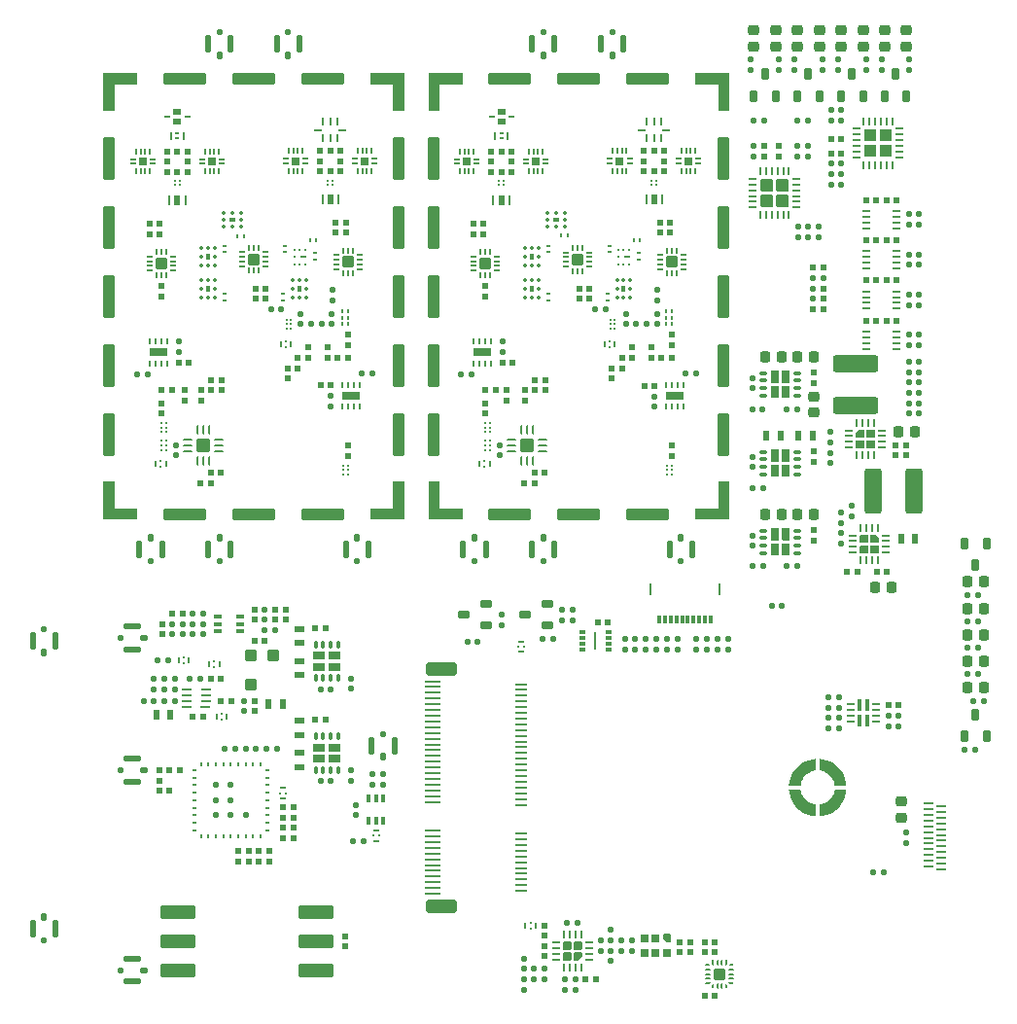
<source format=gtp>
G04*
G04 #@! TF.GenerationSoftware,Altium Limited,Altium Designer,20.1.12 (249)*
G04*
G04 Layer_Color=8421504*
%FSLAX44Y44*%
%MOMM*%
G71*
G04*
G04 #@! TF.SameCoordinates,A03505EA-AB15-4C07-A990-9B461CF79B55*
G04*
G04*
G04 #@! TF.FilePolarity,Positive*
G04*
G01*
G75*
G04:AMPARAMS|DCode=10|XSize=0.5mm|YSize=0.45mm|CornerRadius=0.1mm|HoleSize=0mm|Usage=FLASHONLY|Rotation=90.000|XOffset=0mm|YOffset=0mm|HoleType=Round|Shape=RoundedRectangle|*
%AMROUNDEDRECTD10*
21,1,0.5000,0.2500,0,0,90.0*
21,1,0.3000,0.4500,0,0,90.0*
1,1,0.2000,0.1250,0.1500*
1,1,0.2000,0.1250,-0.1500*
1,1,0.2000,-0.1250,-0.1500*
1,1,0.2000,-0.1250,0.1500*
%
%ADD10ROUNDEDRECTD10*%
G04:AMPARAMS|DCode=11|XSize=1.45mm|YSize=0.55mm|CornerRadius=0.125mm|HoleSize=0mm|Usage=FLASHONLY|Rotation=270.000|XOffset=0mm|YOffset=0mm|HoleType=Round|Shape=RoundedRectangle|*
%AMROUNDEDRECTD11*
21,1,1.4500,0.3000,0,0,270.0*
21,1,1.2000,0.5500,0,0,270.0*
1,1,0.2500,-0.1500,-0.6000*
1,1,0.2500,-0.1500,0.6000*
1,1,0.2500,0.1500,0.6000*
1,1,0.2500,0.1500,-0.6000*
%
%ADD11ROUNDEDRECTD11*%
G04:AMPARAMS|DCode=12|XSize=0.6mm|YSize=0.45mm|CornerRadius=0.1mm|HoleSize=0mm|Usage=FLASHONLY|Rotation=90.000|XOffset=0mm|YOffset=0mm|HoleType=Round|Shape=RoundedRectangle|*
%AMROUNDEDRECTD12*
21,1,0.6000,0.2500,0,0,90.0*
21,1,0.4000,0.4500,0,0,90.0*
1,1,0.2000,0.1250,0.2000*
1,1,0.2000,0.1250,-0.2000*
1,1,0.2000,-0.1250,-0.2000*
1,1,0.2000,-0.1250,0.2000*
%
%ADD12ROUNDEDRECTD12*%
G04:AMPARAMS|DCode=13|XSize=0.5mm|YSize=0.45mm|CornerRadius=0.1mm|HoleSize=0mm|Usage=FLASHONLY|Rotation=180.000|XOffset=0mm|YOffset=0mm|HoleType=Round|Shape=RoundedRectangle|*
%AMROUNDEDRECTD13*
21,1,0.5000,0.2500,0,0,180.0*
21,1,0.3000,0.4500,0,0,180.0*
1,1,0.2000,-0.1500,0.1250*
1,1,0.2000,0.1500,0.1250*
1,1,0.2000,0.1500,-0.1250*
1,1,0.2000,-0.1500,-0.1250*
%
%ADD13ROUNDEDRECTD13*%
G04:AMPARAMS|DCode=14|XSize=1.45mm|YSize=0.55mm|CornerRadius=0.125mm|HoleSize=0mm|Usage=FLASHONLY|Rotation=0.000|XOffset=0mm|YOffset=0mm|HoleType=Round|Shape=RoundedRectangle|*
%AMROUNDEDRECTD14*
21,1,1.4500,0.3000,0,0,0.0*
21,1,1.2000,0.5500,0,0,0.0*
1,1,0.2500,0.6000,-0.1500*
1,1,0.2500,-0.6000,-0.1500*
1,1,0.2500,-0.6000,0.1500*
1,1,0.2500,0.6000,0.1500*
%
%ADD14ROUNDEDRECTD14*%
G04:AMPARAMS|DCode=15|XSize=0.6mm|YSize=0.45mm|CornerRadius=0.1mm|HoleSize=0mm|Usage=FLASHONLY|Rotation=180.000|XOffset=0mm|YOffset=0mm|HoleType=Round|Shape=RoundedRectangle|*
%AMROUNDEDRECTD15*
21,1,0.6000,0.2500,0,0,180.0*
21,1,0.4000,0.4500,0,0,180.0*
1,1,0.2000,-0.2000,0.1250*
1,1,0.2000,0.2000,0.1250*
1,1,0.2000,0.2000,-0.1250*
1,1,0.2000,-0.2000,-0.1250*
%
%ADD15ROUNDEDRECTD15*%
%ADD16R,0.6000X0.8500*%
%ADD17R,0.8500X0.6000*%
G04:AMPARAMS|DCode=18|XSize=0.95mm|YSize=0.95mm|CornerRadius=0.05mm|HoleSize=0mm|Usage=FLASHONLY|Rotation=0.000|XOffset=0mm|YOffset=0mm|HoleType=Round|Shape=RoundedRectangle|*
%AMROUNDEDRECTD18*
21,1,0.9500,0.8500,0,0,0.0*
21,1,0.8500,0.9500,0,0,0.0*
1,1,0.1000,0.4250,-0.4250*
1,1,0.1000,-0.4250,-0.4250*
1,1,0.1000,-0.4250,0.4250*
1,1,0.1000,0.4250,0.4250*
%
%ADD18ROUNDEDRECTD18*%
G04:AMPARAMS|DCode=19|XSize=0.45mm|YSize=0.15mm|CornerRadius=0.03mm|HoleSize=0mm|Usage=FLASHONLY|Rotation=90.000|XOffset=0mm|YOffset=0mm|HoleType=Round|Shape=RoundedRectangle|*
%AMROUNDEDRECTD19*
21,1,0.4500,0.0900,0,0,90.0*
21,1,0.3900,0.1500,0,0,90.0*
1,1,0.0600,0.0450,0.1950*
1,1,0.0600,0.0450,-0.1950*
1,1,0.0600,-0.0450,-0.1950*
1,1,0.0600,-0.0450,0.1950*
%
%ADD19ROUNDEDRECTD19*%
G04:AMPARAMS|DCode=20|XSize=0.45mm|YSize=0.15mm|CornerRadius=0.03mm|HoleSize=0mm|Usage=FLASHONLY|Rotation=0.000|XOffset=0mm|YOffset=0mm|HoleType=Round|Shape=RoundedRectangle|*
%AMROUNDEDRECTD20*
21,1,0.4500,0.0900,0,0,0.0*
21,1,0.3900,0.1500,0,0,0.0*
1,1,0.0600,0.1950,-0.0450*
1,1,0.0600,-0.1950,-0.0450*
1,1,0.0600,-0.1950,0.0450*
1,1,0.0600,0.1950,0.0450*
%
%ADD20ROUNDEDRECTD20*%
G04:AMPARAMS|DCode=21|XSize=0.5mm|YSize=0.5mm|CornerRadius=0.1125mm|HoleSize=0mm|Usage=FLASHONLY|Rotation=180.000|XOffset=0mm|YOffset=0mm|HoleType=Round|Shape=RoundedRectangle|*
%AMROUNDEDRECTD21*
21,1,0.5000,0.2750,0,0,180.0*
21,1,0.2750,0.5000,0,0,180.0*
1,1,0.2250,-0.1375,0.1375*
1,1,0.2250,0.1375,0.1375*
1,1,0.2250,0.1375,-0.1375*
1,1,0.2250,-0.1375,-0.1375*
%
%ADD21ROUNDEDRECTD21*%
G04:AMPARAMS|DCode=22|XSize=0.25mm|YSize=0.55mm|CornerRadius=0.05mm|HoleSize=0mm|Usage=FLASHONLY|Rotation=90.000|XOffset=0mm|YOffset=0mm|HoleType=Round|Shape=RoundedRectangle|*
%AMROUNDEDRECTD22*
21,1,0.2500,0.4500,0,0,90.0*
21,1,0.1500,0.5500,0,0,90.0*
1,1,0.1000,0.2250,0.0750*
1,1,0.1000,0.2250,-0.0750*
1,1,0.1000,-0.2250,-0.0750*
1,1,0.1000,-0.2250,0.0750*
%
%ADD22ROUNDEDRECTD22*%
G04:AMPARAMS|DCode=23|XSize=0.25mm|YSize=0.2mm|CornerRadius=0.0375mm|HoleSize=0mm|Usage=FLASHONLY|Rotation=90.000|XOffset=0mm|YOffset=0mm|HoleType=Round|Shape=RoundedRectangle|*
%AMROUNDEDRECTD23*
21,1,0.2500,0.1250,0,0,90.0*
21,1,0.1750,0.2000,0,0,90.0*
1,1,0.0750,0.0625,0.0875*
1,1,0.0750,0.0625,-0.0875*
1,1,0.0750,-0.0625,-0.0875*
1,1,0.0750,-0.0625,0.0875*
%
%ADD23ROUNDEDRECTD23*%
G04:AMPARAMS|DCode=24|XSize=0.7mm|YSize=0.35mm|CornerRadius=0.075mm|HoleSize=0mm|Usage=FLASHONLY|Rotation=270.000|XOffset=0mm|YOffset=0mm|HoleType=Round|Shape=RoundedRectangle|*
%AMROUNDEDRECTD24*
21,1,0.7000,0.2000,0,0,270.0*
21,1,0.5500,0.3500,0,0,270.0*
1,1,0.1500,-0.1000,-0.2750*
1,1,0.1500,-0.1000,0.2750*
1,1,0.1500,0.1000,0.2750*
1,1,0.1500,0.1000,-0.2750*
%
%ADD24ROUNDEDRECTD24*%
G04:AMPARAMS|DCode=25|XSize=0.5mm|YSize=0.5mm|CornerRadius=0.1125mm|HoleSize=0mm|Usage=FLASHONLY|Rotation=90.000|XOffset=0mm|YOffset=0mm|HoleType=Round|Shape=RoundedRectangle|*
%AMROUNDEDRECTD25*
21,1,0.5000,0.2750,0,0,90.0*
21,1,0.2750,0.5000,0,0,90.0*
1,1,0.2250,0.1375,0.1375*
1,1,0.2250,0.1375,-0.1375*
1,1,0.2250,-0.1375,-0.1375*
1,1,0.2250,-0.1375,0.1375*
%
%ADD25ROUNDEDRECTD25*%
G04:AMPARAMS|DCode=26|XSize=0.55mm|YSize=0.55mm|CornerRadius=0.125mm|HoleSize=0mm|Usage=FLASHONLY|Rotation=90.000|XOffset=0mm|YOffset=0mm|HoleType=Round|Shape=RoundedRectangle|*
%AMROUNDEDRECTD26*
21,1,0.5500,0.3000,0,0,90.0*
21,1,0.3000,0.5500,0,0,90.0*
1,1,0.2500,0.1500,0.1500*
1,1,0.2500,0.1500,-0.1500*
1,1,0.2500,-0.1500,-0.1500*
1,1,0.2500,-0.1500,0.1500*
%
%ADD26ROUNDEDRECTD26*%
G04:AMPARAMS|DCode=27|XSize=0.55mm|YSize=0.55mm|CornerRadius=0.125mm|HoleSize=0mm|Usage=FLASHONLY|Rotation=0.000|XOffset=0mm|YOffset=0mm|HoleType=Round|Shape=RoundedRectangle|*
%AMROUNDEDRECTD27*
21,1,0.5500,0.3000,0,0,0.0*
21,1,0.3000,0.5500,0,0,0.0*
1,1,0.2500,0.1500,-0.1500*
1,1,0.2500,-0.1500,-0.1500*
1,1,0.2500,-0.1500,0.1500*
1,1,0.2500,0.1500,0.1500*
%
%ADD27ROUNDEDRECTD27*%
G04:AMPARAMS|DCode=28|XSize=0.7mm|YSize=0.21mm|CornerRadius=0.04mm|HoleSize=0mm|Usage=FLASHONLY|Rotation=180.000|XOffset=0mm|YOffset=0mm|HoleType=Round|Shape=RoundedRectangle|*
%AMROUNDEDRECTD28*
21,1,0.7000,0.1300,0,0,180.0*
21,1,0.6200,0.2100,0,0,180.0*
1,1,0.0800,-0.3100,0.0650*
1,1,0.0800,0.3100,0.0650*
1,1,0.0800,0.3100,-0.0650*
1,1,0.0800,-0.3100,-0.0650*
%
%ADD28ROUNDEDRECTD28*%
G04:AMPARAMS|DCode=29|XSize=0.7mm|YSize=0.21mm|CornerRadius=0.04mm|HoleSize=0mm|Usage=FLASHONLY|Rotation=270.000|XOffset=0mm|YOffset=0mm|HoleType=Round|Shape=RoundedRectangle|*
%AMROUNDEDRECTD29*
21,1,0.7000,0.1300,0,0,270.0*
21,1,0.6200,0.2100,0,0,270.0*
1,1,0.0800,-0.0650,-0.3100*
1,1,0.0800,-0.0650,0.3100*
1,1,0.0800,0.0650,0.3100*
1,1,0.0800,0.0650,-0.3100*
%
%ADD29ROUNDEDRECTD29*%
G04:AMPARAMS|DCode=30|XSize=1.45mm|YSize=3.95mm|CornerRadius=0.2mm|HoleSize=0mm|Usage=FLASHONLY|Rotation=90.000|XOffset=0mm|YOffset=0mm|HoleType=Round|Shape=RoundedRectangle|*
%AMROUNDEDRECTD30*
21,1,1.4500,3.5500,0,0,90.0*
21,1,1.0500,3.9500,0,0,90.0*
1,1,0.4000,1.7750,0.5250*
1,1,0.4000,1.7750,-0.5250*
1,1,0.4000,-1.7750,-0.5250*
1,1,0.4000,-1.7750,0.5250*
%
%ADD30ROUNDEDRECTD30*%
G04:AMPARAMS|DCode=31|XSize=0.9mm|YSize=0.95mm|CornerRadius=0.2125mm|HoleSize=0mm|Usage=FLASHONLY|Rotation=90.000|XOffset=0mm|YOffset=0mm|HoleType=Round|Shape=RoundedRectangle|*
%AMROUNDEDRECTD31*
21,1,0.9000,0.5250,0,0,90.0*
21,1,0.4750,0.9500,0,0,90.0*
1,1,0.4250,0.2625,0.2375*
1,1,0.4250,0.2625,-0.2375*
1,1,0.4250,-0.2625,-0.2375*
1,1,0.4250,-0.2625,0.2375*
%
%ADD31ROUNDEDRECTD31*%
G04:AMPARAMS|DCode=32|XSize=0.9mm|YSize=0.95mm|CornerRadius=0.2125mm|HoleSize=0mm|Usage=FLASHONLY|Rotation=180.000|XOffset=0mm|YOffset=0mm|HoleType=Round|Shape=RoundedRectangle|*
%AMROUNDEDRECTD32*
21,1,0.9000,0.5250,0,0,180.0*
21,1,0.4750,0.9500,0,0,180.0*
1,1,0.4250,-0.2375,0.2625*
1,1,0.4250,0.2375,0.2625*
1,1,0.4250,0.2375,-0.2625*
1,1,0.4250,-0.2375,-0.2625*
%
%ADD32ROUNDEDRECTD32*%
G04:AMPARAMS|DCode=33|XSize=0.55mm|YSize=0.55mm|CornerRadius=0.122mm|HoleSize=0mm|Usage=FLASHONLY|Rotation=180.000|XOffset=0mm|YOffset=0mm|HoleType=Round|Shape=RoundedRectangle|*
%AMROUNDEDRECTD33*
21,1,0.5500,0.3060,0,0,180.0*
21,1,0.3060,0.5500,0,0,180.0*
1,1,0.2440,-0.1530,0.1530*
1,1,0.2440,0.1530,0.1530*
1,1,0.2440,0.1530,-0.1530*
1,1,0.2440,-0.1530,-0.1530*
%
%ADD33ROUNDEDRECTD33*%
G04:AMPARAMS|DCode=34|XSize=0.5mm|YSize=0.15mm|CornerRadius=0.023mm|HoleSize=0mm|Usage=FLASHONLY|Rotation=180.000|XOffset=0mm|YOffset=0mm|HoleType=Round|Shape=RoundedRectangle|*
%AMROUNDEDRECTD34*
21,1,0.5000,0.1040,0,0,180.0*
21,1,0.4540,0.1500,0,0,180.0*
1,1,0.0460,-0.2270,0.0520*
1,1,0.0460,0.2270,0.0520*
1,1,0.0460,0.2270,-0.0520*
1,1,0.0460,-0.2270,-0.0520*
%
%ADD34ROUNDEDRECTD34*%
G04:AMPARAMS|DCode=35|XSize=0.5mm|YSize=0.15mm|CornerRadius=0.023mm|HoleSize=0mm|Usage=FLASHONLY|Rotation=270.000|XOffset=0mm|YOffset=0mm|HoleType=Round|Shape=RoundedRectangle|*
%AMROUNDEDRECTD35*
21,1,0.5000,0.1040,0,0,270.0*
21,1,0.4540,0.1500,0,0,270.0*
1,1,0.0460,-0.0520,-0.2270*
1,1,0.0460,-0.0520,0.2270*
1,1,0.0460,0.0520,0.2270*
1,1,0.0460,0.0520,-0.2270*
%
%ADD35ROUNDEDRECTD35*%
G04:AMPARAMS|DCode=36|XSize=0.95mm|YSize=0.95mm|CornerRadius=0.025mm|HoleSize=0mm|Usage=FLASHONLY|Rotation=90.000|XOffset=0mm|YOffset=0mm|HoleType=Round|Shape=RoundedRectangle|*
%AMROUNDEDRECTD36*
21,1,0.9500,0.9000,0,0,90.0*
21,1,0.9000,0.9500,0,0,90.0*
1,1,0.0500,0.4500,0.4500*
1,1,0.0500,0.4500,-0.4500*
1,1,0.0500,-0.4500,-0.4500*
1,1,0.0500,-0.4500,0.4500*
%
%ADD36ROUNDEDRECTD36*%
G04:AMPARAMS|DCode=37|XSize=0.55mm|YSize=0.25mm|CornerRadius=0.053mm|HoleSize=0mm|Usage=FLASHONLY|Rotation=270.000|XOffset=0mm|YOffset=0mm|HoleType=Round|Shape=RoundedRectangle|*
%AMROUNDEDRECTD37*
21,1,0.5500,0.1440,0,0,270.0*
21,1,0.4440,0.2500,0,0,270.0*
1,1,0.1060,-0.0720,-0.2220*
1,1,0.1060,-0.0720,0.2220*
1,1,0.1060,0.0720,0.2220*
1,1,0.1060,0.0720,-0.2220*
%
%ADD37ROUNDEDRECTD37*%
G04:AMPARAMS|DCode=38|XSize=0.75mm|YSize=1.55mm|CornerRadius=0.055mm|HoleSize=0mm|Usage=FLASHONLY|Rotation=90.000|XOffset=0mm|YOffset=0mm|HoleType=Round|Shape=RoundedRectangle|*
%AMROUNDEDRECTD38*
21,1,0.7500,1.4400,0,0,90.0*
21,1,0.6400,1.5500,0,0,90.0*
1,1,0.1100,0.7200,0.3200*
1,1,0.1100,0.7200,-0.3200*
1,1,0.1100,-0.7200,-0.3200*
1,1,0.1100,-0.7200,0.3200*
%
%ADD38ROUNDEDRECTD38*%
G04:AMPARAMS|DCode=39|XSize=0.75mm|YSize=0.75mm|CornerRadius=0.035mm|HoleSize=0mm|Usage=FLASHONLY|Rotation=180.000|XOffset=0mm|YOffset=0mm|HoleType=Round|Shape=RoundedRectangle|*
%AMROUNDEDRECTD39*
21,1,0.7500,0.6800,0,0,180.0*
21,1,0.6800,0.7500,0,0,180.0*
1,1,0.0700,-0.3400,0.3400*
1,1,0.0700,0.3400,0.3400*
1,1,0.0700,0.3400,-0.3400*
1,1,0.0700,-0.3400,-0.3400*
%
%ADD39ROUNDEDRECTD39*%
G04:AMPARAMS|DCode=40|XSize=0.275mm|YSize=0.275mm|CornerRadius=0.0319mm|HoleSize=0mm|Usage=FLASHONLY|Rotation=180.000|XOffset=0mm|YOffset=0mm|HoleType=Round|Shape=RoundedRectangle|*
%AMROUNDEDRECTD40*
21,1,0.2750,0.2112,0,0,180.0*
21,1,0.2112,0.2750,0,0,180.0*
1,1,0.0638,-0.1056,0.1056*
1,1,0.0638,0.1056,0.1056*
1,1,0.0638,0.1056,-0.1056*
1,1,0.0638,-0.1056,-0.1056*
%
%ADD40ROUNDEDRECTD40*%
G04:AMPARAMS|DCode=41|XSize=0.275mm|YSize=0.275mm|CornerRadius=0.0319mm|HoleSize=0mm|Usage=FLASHONLY|Rotation=270.000|XOffset=0mm|YOffset=0mm|HoleType=Round|Shape=RoundedRectangle|*
%AMROUNDEDRECTD41*
21,1,0.2750,0.2112,0,0,270.0*
21,1,0.2112,0.2750,0,0,270.0*
1,1,0.0638,-0.1056,-0.1056*
1,1,0.0638,-0.1056,0.1056*
1,1,0.0638,0.1056,0.1056*
1,1,0.0638,0.1056,-0.1056*
%
%ADD41ROUNDEDRECTD41*%
G04:AMPARAMS|DCode=42|XSize=0.225mm|YSize=0.9mm|CornerRadius=0.0438mm|HoleSize=0mm|Usage=FLASHONLY|Rotation=0.000|XOffset=0mm|YOffset=0mm|HoleType=Round|Shape=RoundedRectangle|*
%AMROUNDEDRECTD42*
21,1,0.2250,0.8125,0,0,0.0*
21,1,0.1375,0.9000,0,0,0.0*
1,1,0.0875,0.0688,-0.4063*
1,1,0.0875,-0.0688,-0.4063*
1,1,0.0875,-0.0688,0.4063*
1,1,0.0875,0.0688,0.4063*
%
%ADD42ROUNDEDRECTD42*%
G04:AMPARAMS|DCode=43|XSize=0.15mm|YSize=0.225mm|CornerRadius=0.025mm|HoleSize=0mm|Usage=FLASHONLY|Rotation=90.000|XOffset=0mm|YOffset=0mm|HoleType=Round|Shape=RoundedRectangle|*
%AMROUNDEDRECTD43*
21,1,0.1500,0.1750,0,0,90.0*
21,1,0.1000,0.2250,0,0,90.0*
1,1,0.0500,0.0875,0.0500*
1,1,0.0500,0.0875,-0.0500*
1,1,0.0500,-0.0875,-0.0500*
1,1,0.0500,-0.0875,0.0500*
%
%ADD43ROUNDEDRECTD43*%
G04:AMPARAMS|DCode=44|XSize=0.45mm|YSize=0.25mm|CornerRadius=0.05mm|HoleSize=0mm|Usage=FLASHONLY|Rotation=180.000|XOffset=0mm|YOffset=0mm|HoleType=Round|Shape=RoundedRectangle|*
%AMROUNDEDRECTD44*
21,1,0.4500,0.1500,0,0,180.0*
21,1,0.3500,0.2500,0,0,180.0*
1,1,0.1000,-0.1750,0.0750*
1,1,0.1000,0.1750,0.0750*
1,1,0.1000,0.1750,-0.0750*
1,1,0.1000,-0.1750,-0.0750*
%
%ADD44ROUNDEDRECTD44*%
G04:AMPARAMS|DCode=45|XSize=0.225mm|YSize=0.65mm|CornerRadius=0.0438mm|HoleSize=0mm|Usage=FLASHONLY|Rotation=180.000|XOffset=0mm|YOffset=0mm|HoleType=Round|Shape=RoundedRectangle|*
%AMROUNDEDRECTD45*
21,1,0.2250,0.5625,0,0,180.0*
21,1,0.1375,0.6500,0,0,180.0*
1,1,0.0875,-0.0688,0.2813*
1,1,0.0875,0.0688,0.2813*
1,1,0.0875,0.0688,-0.2813*
1,1,0.0875,-0.0688,-0.2813*
%
%ADD45ROUNDEDRECTD45*%
G04:AMPARAMS|DCode=46|XSize=0.65mm|YSize=0.25mm|CornerRadius=0.05mm|HoleSize=0mm|Usage=FLASHONLY|Rotation=180.000|XOffset=0mm|YOffset=0mm|HoleType=Round|Shape=RoundedRectangle|*
%AMROUNDEDRECTD46*
21,1,0.6500,0.1500,0,0,180.0*
21,1,0.5500,0.2500,0,0,180.0*
1,1,0.1000,-0.2750,0.0750*
1,1,0.1000,0.2750,0.0750*
1,1,0.1000,0.2750,-0.0750*
1,1,0.1000,-0.2750,-0.0750*
%
%ADD46ROUNDEDRECTD46*%
G04:AMPARAMS|DCode=47|XSize=0.25mm|YSize=0.55mm|CornerRadius=0.05mm|HoleSize=0mm|Usage=FLASHONLY|Rotation=180.000|XOffset=0mm|YOffset=0mm|HoleType=Round|Shape=RoundedRectangle|*
%AMROUNDEDRECTD47*
21,1,0.2500,0.4500,0,0,180.0*
21,1,0.1500,0.5500,0,0,180.0*
1,1,0.1000,-0.0750,0.2250*
1,1,0.1000,0.0750,0.2250*
1,1,0.1000,0.0750,-0.2250*
1,1,0.1000,-0.0750,-0.2250*
%
%ADD47ROUNDEDRECTD47*%
G04:AMPARAMS|DCode=48|XSize=0.25mm|YSize=0.2mm|CornerRadius=0.0375mm|HoleSize=0mm|Usage=FLASHONLY|Rotation=180.000|XOffset=0mm|YOffset=0mm|HoleType=Round|Shape=RoundedRectangle|*
%AMROUNDEDRECTD48*
21,1,0.2500,0.1250,0,0,180.0*
21,1,0.1750,0.2000,0,0,180.0*
1,1,0.0750,-0.0875,0.0625*
1,1,0.0750,0.0875,0.0625*
1,1,0.0750,0.0875,-0.0625*
1,1,0.0750,-0.0875,-0.0625*
%
%ADD48ROUNDEDRECTD48*%
G04:AMPARAMS|DCode=49|XSize=0.7mm|YSize=0.35mm|CornerRadius=0.075mm|HoleSize=0mm|Usage=FLASHONLY|Rotation=0.000|XOffset=0mm|YOffset=0mm|HoleType=Round|Shape=RoundedRectangle|*
%AMROUNDEDRECTD49*
21,1,0.7000,0.2000,0,0,0.0*
21,1,0.5500,0.3500,0,0,0.0*
1,1,0.1500,0.2750,-0.1000*
1,1,0.1500,-0.2750,-0.1000*
1,1,0.1500,-0.2750,0.1000*
1,1,0.1500,0.2750,0.1000*
%
%ADD49ROUNDEDRECTD49*%
G04:AMPARAMS|DCode=50|XSize=1mm|YSize=1.1mm|CornerRadius=0.2375mm|HoleSize=0mm|Usage=FLASHONLY|Rotation=180.000|XOffset=0mm|YOffset=0mm|HoleType=Round|Shape=RoundedRectangle|*
%AMROUNDEDRECTD50*
21,1,1.0000,0.6250,0,0,180.0*
21,1,0.5250,1.1000,0,0,180.0*
1,1,0.4750,-0.2625,0.3125*
1,1,0.4750,0.2625,0.3125*
1,1,0.4750,0.2625,-0.3125*
1,1,0.4750,-0.2625,-0.3125*
%
%ADD50ROUNDEDRECTD50*%
G04:AMPARAMS|DCode=51|XSize=0.25mm|YSize=0.95mm|CornerRadius=0.05mm|HoleSize=0mm|Usage=FLASHONLY|Rotation=180.000|XOffset=0mm|YOffset=0mm|HoleType=Round|Shape=RoundedRectangle|*
%AMROUNDEDRECTD51*
21,1,0.2500,0.8500,0,0,180.0*
21,1,0.1500,0.9500,0,0,180.0*
1,1,0.1000,-0.0750,0.4250*
1,1,0.1000,0.0750,0.4250*
1,1,0.1000,0.0750,-0.4250*
1,1,0.1000,-0.0750,-0.4250*
%
%ADD51ROUNDEDRECTD51*%
G04:AMPARAMS|DCode=52|XSize=0.3mm|YSize=0.7mm|CornerRadius=0.075mm|HoleSize=0mm|Usage=FLASHONLY|Rotation=180.000|XOffset=0mm|YOffset=0mm|HoleType=Round|Shape=RoundedRectangle|*
%AMROUNDEDRECTD52*
21,1,0.3000,0.5500,0,0,180.0*
21,1,0.1500,0.7000,0,0,180.0*
1,1,0.1500,-0.0750,0.2750*
1,1,0.1500,0.0750,0.2750*
1,1,0.1500,0.0750,-0.2750*
1,1,0.1500,-0.0750,-0.2750*
%
%ADD52ROUNDEDRECTD52*%
G04:AMPARAMS|DCode=53|XSize=1.05mm|YSize=0.6mm|CornerRadius=0.1375mm|HoleSize=0mm|Usage=FLASHONLY|Rotation=180.000|XOffset=0mm|YOffset=0mm|HoleType=Round|Shape=RoundedRectangle|*
%AMROUNDEDRECTD53*
21,1,1.0500,0.3250,0,0,180.0*
21,1,0.7750,0.6000,0,0,180.0*
1,1,0.2750,-0.3875,0.1625*
1,1,0.2750,0.3875,0.1625*
1,1,0.2750,0.3875,-0.1625*
1,1,0.2750,-0.3875,-0.1625*
%
%ADD53ROUNDEDRECTD53*%
G04:AMPARAMS|DCode=54|XSize=0.9mm|YSize=0.22mm|CornerRadius=0.0425mm|HoleSize=0mm|Usage=FLASHONLY|Rotation=0.000|XOffset=0mm|YOffset=0mm|HoleType=Round|Shape=RoundedRectangle|*
%AMROUNDEDRECTD54*
21,1,0.9000,0.1350,0,0,0.0*
21,1,0.8150,0.2200,0,0,0.0*
1,1,0.0850,0.4075,-0.0675*
1,1,0.0850,-0.4075,-0.0675*
1,1,0.0850,-0.4075,0.0675*
1,1,0.0850,0.4075,0.0675*
%
%ADD54ROUNDEDRECTD54*%
G04:AMPARAMS|DCode=55|XSize=0.8mm|YSize=0.22mm|CornerRadius=0.0425mm|HoleSize=0mm|Usage=FLASHONLY|Rotation=0.000|XOffset=0mm|YOffset=0mm|HoleType=Round|Shape=RoundedRectangle|*
%AMROUNDEDRECTD55*
21,1,0.8000,0.1350,0,0,0.0*
21,1,0.7150,0.2200,0,0,0.0*
1,1,0.0850,0.3575,-0.0675*
1,1,0.0850,-0.3575,-0.0675*
1,1,0.0850,-0.3575,0.0675*
1,1,0.0850,0.3575,0.0675*
%
%ADD55ROUNDEDRECTD55*%
G04:AMPARAMS|DCode=56|XSize=0.55mm|YSize=0.55mm|CornerRadius=0.122mm|HoleSize=0mm|Usage=FLASHONLY|Rotation=90.000|XOffset=0mm|YOffset=0mm|HoleType=Round|Shape=RoundedRectangle|*
%AMROUNDEDRECTD56*
21,1,0.5500,0.3060,0,0,90.0*
21,1,0.3060,0.5500,0,0,90.0*
1,1,0.2440,0.1530,0.1530*
1,1,0.2440,0.1530,-0.1530*
1,1,0.2440,-0.1530,-0.1530*
1,1,0.2440,-0.1530,0.1530*
%
%ADD56ROUNDEDRECTD56*%
G04:AMPARAMS|DCode=57|XSize=0.65mm|YSize=0.3mm|CornerRadius=0.059mm|HoleSize=0mm|Usage=FLASHONLY|Rotation=0.000|XOffset=0mm|YOffset=0mm|HoleType=Round|Shape=RoundedRectangle|*
%AMROUNDEDRECTD57*
21,1,0.6500,0.1820,0,0,0.0*
21,1,0.5320,0.3000,0,0,0.0*
1,1,0.1180,0.2660,-0.0910*
1,1,0.1180,-0.2660,-0.0910*
1,1,0.1180,-0.2660,0.0910*
1,1,0.1180,0.2660,0.0910*
%
%ADD57ROUNDEDRECTD57*%
G04:AMPARAMS|DCode=58|XSize=0.15mm|YSize=1.55mm|CornerRadius=0.025mm|HoleSize=0mm|Usage=FLASHONLY|Rotation=0.000|XOffset=0mm|YOffset=0mm|HoleType=Round|Shape=RoundedRectangle|*
%AMROUNDEDRECTD58*
21,1,0.1500,1.5000,0,0,0.0*
21,1,0.1000,1.5500,0,0,0.0*
1,1,0.0500,0.0500,-0.7500*
1,1,0.0500,-0.0500,-0.7500*
1,1,0.0500,-0.0500,0.7500*
1,1,0.0500,0.0500,0.7500*
%
%ADD58ROUNDEDRECTD58*%
G04:AMPARAMS|DCode=59|XSize=0.54mm|YSize=0.3mm|CornerRadius=0.0643mm|HoleSize=0mm|Usage=FLASHONLY|Rotation=0.000|XOffset=0mm|YOffset=0mm|HoleType=Round|Shape=RoundedRectangle|*
%AMROUNDEDRECTD59*
21,1,0.5400,0.1715,0,0,0.0*
21,1,0.4115,0.3000,0,0,0.0*
1,1,0.1285,0.2058,-0.0858*
1,1,0.1285,-0.2058,-0.0858*
1,1,0.1285,-0.2058,0.0858*
1,1,0.1285,0.2058,0.0858*
%
%ADD59ROUNDEDRECTD59*%
G04:AMPARAMS|DCode=60|XSize=0.65mm|YSize=0.3mm|CornerRadius=0.059mm|HoleSize=0mm|Usage=FLASHONLY|Rotation=90.000|XOffset=0mm|YOffset=0mm|HoleType=Round|Shape=RoundedRectangle|*
%AMROUNDEDRECTD60*
21,1,0.6500,0.1820,0,0,90.0*
21,1,0.5320,0.3000,0,0,90.0*
1,1,0.1180,0.0910,0.2660*
1,1,0.1180,0.0910,-0.2660*
1,1,0.1180,-0.0910,-0.2660*
1,1,0.1180,-0.0910,0.2660*
%
%ADD60ROUNDEDRECTD60*%
G04:AMPARAMS|DCode=61|XSize=0.45mm|YSize=0.45mm|CornerRadius=0.075mm|HoleSize=0mm|Usage=FLASHONLY|Rotation=270.000|XOffset=0mm|YOffset=0mm|HoleType=Round|Shape=RoundedRectangle|*
%AMROUNDEDRECTD61*
21,1,0.4500,0.3000,0,0,270.0*
21,1,0.3000,0.4500,0,0,270.0*
1,1,0.1500,-0.1500,-0.1500*
1,1,0.1500,-0.1500,0.1500*
1,1,0.1500,0.1500,0.1500*
1,1,0.1500,0.1500,-0.1500*
%
%ADD61ROUNDEDRECTD61*%
G04:AMPARAMS|DCode=62|XSize=0.35mm|YSize=0.25mm|CornerRadius=0.05mm|HoleSize=0mm|Usage=FLASHONLY|Rotation=270.000|XOffset=0mm|YOffset=0mm|HoleType=Round|Shape=RoundedRectangle|*
%AMROUNDEDRECTD62*
21,1,0.3500,0.1500,0,0,270.0*
21,1,0.2500,0.2500,0,0,270.0*
1,1,0.1000,-0.0750,-0.1250*
1,1,0.1000,-0.0750,0.1250*
1,1,0.1000,0.0750,0.1250*
1,1,0.1000,0.0750,-0.1250*
%
%ADD62ROUNDEDRECTD62*%
G04:AMPARAMS|DCode=63|XSize=0.35mm|YSize=0.25mm|CornerRadius=0.05mm|HoleSize=0mm|Usage=FLASHONLY|Rotation=180.000|XOffset=0mm|YOffset=0mm|HoleType=Round|Shape=RoundedRectangle|*
%AMROUNDEDRECTD63*
21,1,0.3500,0.1500,0,0,180.0*
21,1,0.2500,0.2500,0,0,180.0*
1,1,0.1000,-0.1250,0.0750*
1,1,0.1000,0.1250,0.0750*
1,1,0.1000,0.1250,-0.0750*
1,1,0.1000,-0.1250,-0.0750*
%
%ADD63ROUNDEDRECTD63*%
G04:AMPARAMS|DCode=64|XSize=1.22mm|YSize=3.13mm|CornerRadius=0.2925mm|HoleSize=0mm|Usage=FLASHONLY|Rotation=90.000|XOffset=0mm|YOffset=0mm|HoleType=Round|Shape=RoundedRectangle|*
%AMROUNDEDRECTD64*
21,1,1.2200,2.5450,0,0,90.0*
21,1,0.6350,3.1300,0,0,90.0*
1,1,0.5850,1.2725,0.3175*
1,1,0.5850,1.2725,-0.3175*
1,1,0.5850,-1.2725,-0.3175*
1,1,0.5850,-1.2725,0.3175*
%
%ADD64ROUNDEDRECTD64*%
G04:AMPARAMS|DCode=65|XSize=0.25mm|YSize=1.4mm|CornerRadius=0.05mm|HoleSize=0mm|Usage=FLASHONLY|Rotation=90.000|XOffset=0mm|YOffset=0mm|HoleType=Round|Shape=RoundedRectangle|*
%AMROUNDEDRECTD65*
21,1,0.2500,1.3000,0,0,90.0*
21,1,0.1500,1.4000,0,0,90.0*
1,1,0.1000,0.6500,0.0750*
1,1,0.1000,0.6500,-0.0750*
1,1,0.1000,-0.6500,-0.0750*
1,1,0.1000,-0.6500,0.0750*
%
%ADD65ROUNDEDRECTD65*%
G04:AMPARAMS|DCode=66|XSize=0.25mm|YSize=0.95mm|CornerRadius=0.05mm|HoleSize=0mm|Usage=FLASHONLY|Rotation=90.000|XOffset=0mm|YOffset=0mm|HoleType=Round|Shape=RoundedRectangle|*
%AMROUNDEDRECTD66*
21,1,0.2500,0.8500,0,0,90.0*
21,1,0.1500,0.9500,0,0,90.0*
1,1,0.1000,0.4250,0.0750*
1,1,0.1000,0.4250,-0.0750*
1,1,0.1000,-0.4250,-0.0750*
1,1,0.1000,-0.4250,0.0750*
%
%ADD66ROUNDEDRECTD66*%
G04:AMPARAMS|DCode=67|XSize=1.15mm|YSize=2.65mm|CornerRadius=0.125mm|HoleSize=0mm|Usage=FLASHONLY|Rotation=90.000|XOffset=0mm|YOffset=0mm|HoleType=Round|Shape=RoundedRectangle|*
%AMROUNDEDRECTD67*
21,1,1.1500,2.4000,0,0,90.0*
21,1,0.9000,2.6500,0,0,90.0*
1,1,0.2500,1.2000,0.4500*
1,1,0.2500,1.2000,-0.4500*
1,1,0.2500,-1.2000,-0.4500*
1,1,0.2500,-1.2000,0.4500*
%
%ADD67ROUNDEDRECTD67*%
G04:AMPARAMS|DCode=68|XSize=0.75mm|YSize=0.65mm|CornerRadius=0.0975mm|HoleSize=0mm|Usage=FLASHONLY|Rotation=270.000|XOffset=0mm|YOffset=0mm|HoleType=Round|Shape=RoundedRectangle|*
%AMROUNDEDRECTD68*
21,1,0.7500,0.4550,0,0,270.0*
21,1,0.5550,0.6500,0,0,270.0*
1,1,0.1950,-0.2275,-0.2775*
1,1,0.1950,-0.2275,0.2775*
1,1,0.1950,0.2275,0.2775*
1,1,0.1950,0.2275,-0.2775*
%
%ADD68ROUNDEDRECTD68*%
G04:AMPARAMS|DCode=69|XSize=0.25mm|YSize=0.8mm|CornerRadius=0.05mm|HoleSize=0mm|Usage=FLASHONLY|Rotation=90.000|XOffset=0mm|YOffset=0mm|HoleType=Round|Shape=RoundedRectangle|*
%AMROUNDEDRECTD69*
21,1,0.2500,0.7000,0,0,90.0*
21,1,0.1500,0.8000,0,0,90.0*
1,1,0.1000,0.3500,0.0750*
1,1,0.1000,0.3500,-0.0750*
1,1,0.1000,-0.3500,-0.0750*
1,1,0.1000,-0.3500,0.0750*
%
%ADD69ROUNDEDRECTD69*%
G04:AMPARAMS|DCode=70|XSize=1mm|YSize=0.35mm|CornerRadius=0.045mm|HoleSize=0mm|Usage=FLASHONLY|Rotation=90.000|XOffset=0mm|YOffset=0mm|HoleType=Round|Shape=RoundedRectangle|*
%AMROUNDEDRECTD70*
21,1,1.0000,0.2600,0,0,90.0*
21,1,0.9100,0.3500,0,0,90.0*
1,1,0.0900,0.1300,0.4550*
1,1,0.0900,0.1300,-0.4550*
1,1,0.0900,-0.1300,-0.4550*
1,1,0.0900,-0.1300,0.4550*
%
%ADD70ROUNDEDRECTD70*%
G04:AMPARAMS|DCode=71|XSize=0.7mm|YSize=0.17mm|CornerRadius=0.03mm|HoleSize=0mm|Usage=FLASHONLY|Rotation=180.000|XOffset=0mm|YOffset=0mm|HoleType=Round|Shape=RoundedRectangle|*
%AMROUNDEDRECTD71*
21,1,0.7000,0.1100,0,0,180.0*
21,1,0.6400,0.1700,0,0,180.0*
1,1,0.0600,-0.3200,0.0550*
1,1,0.0600,0.3200,0.0550*
1,1,0.0600,0.3200,-0.0550*
1,1,0.0600,-0.3200,-0.0550*
%
%ADD71ROUNDEDRECTD71*%
G04:AMPARAMS|DCode=72|XSize=1.45mm|YSize=3.95mm|CornerRadius=0.2mm|HoleSize=0mm|Usage=FLASHONLY|Rotation=0.000|XOffset=0mm|YOffset=0mm|HoleType=Round|Shape=RoundedRectangle|*
%AMROUNDEDRECTD72*
21,1,1.4500,3.5500,0,0,0.0*
21,1,1.0500,3.9500,0,0,0.0*
1,1,0.4000,0.5250,-1.7750*
1,1,0.4000,-0.5250,-1.7750*
1,1,0.4000,-0.5250,1.7750*
1,1,0.4000,0.5250,1.7750*
%
%ADD72ROUNDEDRECTD72*%
G04:AMPARAMS|DCode=73|XSize=0.75mm|YSize=0.25mm|CornerRadius=0.047mm|HoleSize=0mm|Usage=FLASHONLY|Rotation=0.000|XOffset=0mm|YOffset=0mm|HoleType=Round|Shape=RoundedRectangle|*
%AMROUNDEDRECTD73*
21,1,0.7500,0.1560,0,0,0.0*
21,1,0.6560,0.2500,0,0,0.0*
1,1,0.0940,0.3280,-0.0780*
1,1,0.0940,-0.3280,-0.0780*
1,1,0.0940,-0.3280,0.0780*
1,1,0.0940,0.3280,0.0780*
%
%ADD73ROUNDEDRECTD73*%
G04:AMPARAMS|DCode=74|XSize=0.75mm|YSize=0.21mm|CornerRadius=0.0452mm|HoleSize=0mm|Usage=FLASHONLY|Rotation=90.000|XOffset=0mm|YOffset=0mm|HoleType=Round|Shape=RoundedRectangle|*
%AMROUNDEDRECTD74*
21,1,0.7500,0.1196,0,0,90.0*
21,1,0.6596,0.2100,0,0,90.0*
1,1,0.0904,0.0598,0.3298*
1,1,0.0904,0.0598,-0.3298*
1,1,0.0904,-0.0598,-0.3298*
1,1,0.0904,-0.0598,0.3298*
%
%ADD74ROUNDEDRECTD74*%
G04:AMPARAMS|DCode=75|XSize=0.75mm|YSize=0.21mm|CornerRadius=0.0452mm|HoleSize=0mm|Usage=FLASHONLY|Rotation=0.000|XOffset=0mm|YOffset=0mm|HoleType=Round|Shape=RoundedRectangle|*
%AMROUNDEDRECTD75*
21,1,0.7500,0.1196,0,0,0.0*
21,1,0.6596,0.2100,0,0,0.0*
1,1,0.0904,0.3298,-0.0598*
1,1,0.0904,-0.3298,-0.0598*
1,1,0.0904,-0.3298,0.0598*
1,1,0.0904,0.3298,0.0598*
%
%ADD75ROUNDEDRECTD75*%
G04:AMPARAMS|DCode=76|XSize=0.25mm|YSize=0.3mm|CornerRadius=0.035mm|HoleSize=0mm|Usage=FLASHONLY|Rotation=90.000|XOffset=0mm|YOffset=0mm|HoleType=Round|Shape=RoundedRectangle|*
%AMROUNDEDRECTD76*
21,1,0.2500,0.2300,0,0,90.0*
21,1,0.1800,0.3000,0,0,90.0*
1,1,0.0700,0.1150,0.0900*
1,1,0.0700,0.1150,-0.0900*
1,1,0.0700,-0.1150,-0.0900*
1,1,0.0700,-0.1150,0.0900*
%
%ADD76ROUNDEDRECTD76*%
G04:AMPARAMS|DCode=77|XSize=0.25mm|YSize=0.3mm|CornerRadius=0.035mm|HoleSize=0mm|Usage=FLASHONLY|Rotation=0.000|XOffset=0mm|YOffset=0mm|HoleType=Round|Shape=RoundedRectangle|*
%AMROUNDEDRECTD77*
21,1,0.2500,0.2300,0,0,0.0*
21,1,0.1800,0.3000,0,0,0.0*
1,1,0.0700,0.0900,-0.1150*
1,1,0.0700,-0.0900,-0.1150*
1,1,0.0700,-0.0900,0.1150*
1,1,0.0700,0.0900,0.1150*
%
%ADD77ROUNDEDRECTD77*%
G04:AMPARAMS|DCode=78|XSize=3.75mm|YSize=0.95mm|CornerRadius=0.075mm|HoleSize=0mm|Usage=FLASHONLY|Rotation=90.000|XOffset=0mm|YOffset=0mm|HoleType=Round|Shape=RoundedRectangle|*
%AMROUNDEDRECTD78*
21,1,3.7500,0.8000,0,0,90.0*
21,1,3.6000,0.9500,0,0,90.0*
1,1,0.1500,0.4000,1.8000*
1,1,0.1500,0.4000,-1.8000*
1,1,0.1500,-0.4000,-1.8000*
1,1,0.1500,-0.4000,1.8000*
%
%ADD78ROUNDEDRECTD78*%
G04:AMPARAMS|DCode=79|XSize=3.75mm|YSize=0.95mm|CornerRadius=0.075mm|HoleSize=0mm|Usage=FLASHONLY|Rotation=0.000|XOffset=0mm|YOffset=0mm|HoleType=Round|Shape=RoundedRectangle|*
%AMROUNDEDRECTD79*
21,1,3.7500,0.8000,0,0,0.0*
21,1,3.6000,0.9500,0,0,0.0*
1,1,0.1500,1.8000,-0.4000*
1,1,0.1500,-1.8000,-0.4000*
1,1,0.1500,-1.8000,0.4000*
1,1,0.1500,1.8000,0.4000*
%
%ADD79ROUNDEDRECTD79*%
G04:AMPARAMS|DCode=80|XSize=0.25mm|YSize=0.25mm|CornerRadius=0.0313mm|HoleSize=0mm|Usage=FLASHONLY|Rotation=180.000|XOffset=0mm|YOffset=0mm|HoleType=Round|Shape=RoundedRectangle|*
%AMROUNDEDRECTD80*
21,1,0.2500,0.1875,0,0,180.0*
21,1,0.1875,0.2500,0,0,180.0*
1,1,0.0625,-0.0938,0.0938*
1,1,0.0625,0.0938,0.0938*
1,1,0.0625,0.0938,-0.0938*
1,1,0.0625,-0.0938,-0.0938*
%
%ADD80ROUNDEDRECTD80*%
G04:AMPARAMS|DCode=81|XSize=0.79mm|YSize=0.2mm|CornerRadius=0.0375mm|HoleSize=0mm|Usage=FLASHONLY|Rotation=0.000|XOffset=0mm|YOffset=0mm|HoleType=Round|Shape=RoundedRectangle|*
%AMROUNDEDRECTD81*
21,1,0.7900,0.1250,0,0,0.0*
21,1,0.7150,0.2000,0,0,0.0*
1,1,0.0750,0.3575,-0.0625*
1,1,0.0750,-0.3575,-0.0625*
1,1,0.0750,-0.3575,0.0625*
1,1,0.0750,0.3575,0.0625*
%
%ADD81ROUNDEDRECTD81*%
G04:AMPARAMS|DCode=82|XSize=0.79mm|YSize=0.2mm|CornerRadius=0.0375mm|HoleSize=0mm|Usage=FLASHONLY|Rotation=90.000|XOffset=0mm|YOffset=0mm|HoleType=Round|Shape=RoundedRectangle|*
%AMROUNDEDRECTD82*
21,1,0.7900,0.1250,0,0,90.0*
21,1,0.7150,0.2000,0,0,90.0*
1,1,0.0750,0.0625,0.3575*
1,1,0.0750,0.0625,-0.3575*
1,1,0.0750,-0.0625,-0.3575*
1,1,0.0750,-0.0625,0.3575*
%
%ADD82ROUNDEDRECTD82*%
G04:AMPARAMS|DCode=83|XSize=1.15mm|YSize=1.15mm|CornerRadius=0.065mm|HoleSize=0mm|Usage=FLASHONLY|Rotation=180.000|XOffset=0mm|YOffset=0mm|HoleType=Round|Shape=RoundedRectangle|*
%AMROUNDEDRECTD83*
21,1,1.1500,1.0200,0,0,180.0*
21,1,1.0200,1.1500,0,0,180.0*
1,1,0.1300,-0.5100,0.5100*
1,1,0.1300,0.5100,0.5100*
1,1,0.1300,0.5100,-0.5100*
1,1,0.1300,-0.5100,-0.5100*
%
%ADD83ROUNDEDRECTD83*%
G04:AMPARAMS|DCode=84|XSize=0.575mm|YSize=0.275mm|CornerRadius=0.0319mm|HoleSize=0mm|Usage=FLASHONLY|Rotation=90.000|XOffset=0mm|YOffset=0mm|HoleType=Round|Shape=RoundedRectangle|*
%AMROUNDEDRECTD84*
21,1,0.5750,0.2112,0,0,90.0*
21,1,0.5113,0.2750,0,0,90.0*
1,1,0.0638,0.1056,0.2556*
1,1,0.0638,0.1056,-0.2556*
1,1,0.0638,-0.1056,-0.2556*
1,1,0.0638,-0.1056,0.2556*
%
%ADD84ROUNDEDRECTD84*%
G04:AMPARAMS|DCode=85|XSize=0.25mm|YSize=0.18mm|CornerRadius=0.0153mm|HoleSize=0mm|Usage=FLASHONLY|Rotation=270.000|XOffset=0mm|YOffset=0mm|HoleType=Round|Shape=RoundedRectangle|*
%AMROUNDEDRECTD85*
21,1,0.2500,0.1495,0,0,270.0*
21,1,0.2195,0.1800,0,0,270.0*
1,1,0.0305,-0.0748,-0.1098*
1,1,0.0305,-0.0748,0.1098*
1,1,0.0305,0.0748,0.1098*
1,1,0.0305,0.0748,-0.1098*
%
%ADD85ROUNDEDRECTD85*%
G04:AMPARAMS|DCode=86|XSize=0.25mm|YSize=0.525mm|CornerRadius=0.0275mm|HoleSize=0mm|Usage=FLASHONLY|Rotation=90.000|XOffset=0mm|YOffset=0mm|HoleType=Round|Shape=RoundedRectangle|*
%AMROUNDEDRECTD86*
21,1,0.2500,0.4700,0,0,90.0*
21,1,0.1950,0.5250,0,0,90.0*
1,1,0.0550,0.2350,0.0975*
1,1,0.0550,0.2350,-0.0975*
1,1,0.0550,-0.2350,-0.0975*
1,1,0.0550,-0.2350,0.0975*
%
%ADD86ROUNDEDRECTD86*%
G04:AMPARAMS|DCode=87|XSize=0.575mm|YSize=0.275mm|CornerRadius=0.0319mm|HoleSize=0mm|Usage=FLASHONLY|Rotation=180.000|XOffset=0mm|YOffset=0mm|HoleType=Round|Shape=RoundedRectangle|*
%AMROUNDEDRECTD87*
21,1,0.5750,0.2112,0,0,180.0*
21,1,0.5113,0.2750,0,0,180.0*
1,1,0.0638,-0.2556,0.1056*
1,1,0.0638,0.2556,0.1056*
1,1,0.0638,0.2556,-0.1056*
1,1,0.0638,-0.2556,-0.1056*
%
%ADD87ROUNDEDRECTD87*%
G04:AMPARAMS|DCode=88|XSize=0.25mm|YSize=0.65mm|CornerRadius=0.05mm|HoleSize=0mm|Usage=FLASHONLY|Rotation=0.000|XOffset=0mm|YOffset=0mm|HoleType=Round|Shape=RoundedRectangle|*
%AMROUNDEDRECTD88*
21,1,0.2500,0.5500,0,0,0.0*
21,1,0.1500,0.6500,0,0,0.0*
1,1,0.1000,0.0750,-0.2750*
1,1,0.1000,-0.0750,-0.2750*
1,1,0.1000,-0.0750,0.2750*
1,1,0.1000,0.0750,0.2750*
%
%ADD88ROUNDEDRECTD88*%
G04:AMPARAMS|DCode=89|XSize=0.55mm|YSize=0.9mm|CornerRadius=0.05mm|HoleSize=0mm|Usage=FLASHONLY|Rotation=0.000|XOffset=0mm|YOffset=0mm|HoleType=Round|Shape=RoundedRectangle|*
%AMROUNDEDRECTD89*
21,1,0.5500,0.8000,0,0,0.0*
21,1,0.4500,0.9000,0,0,0.0*
1,1,0.1000,0.2250,-0.4000*
1,1,0.1000,-0.2250,-0.4000*
1,1,0.1000,-0.2250,0.4000*
1,1,0.1000,0.2250,0.4000*
%
%ADD89ROUNDEDRECTD89*%
G04:AMPARAMS|DCode=90|XSize=0.4mm|YSize=0.195mm|CornerRadius=0.0056mm|HoleSize=0mm|Usage=FLASHONLY|Rotation=180.000|XOffset=0mm|YOffset=0mm|HoleType=Round|Shape=RoundedRectangle|*
%AMROUNDEDRECTD90*
21,1,0.4000,0.1838,0,0,180.0*
21,1,0.3888,0.1950,0,0,180.0*
1,1,0.0113,-0.1944,0.0919*
1,1,0.0113,0.1944,0.0919*
1,1,0.0113,0.1944,-0.0919*
1,1,0.0113,-0.1944,-0.0919*
%
%ADD90ROUNDEDRECTD90*%
G04:AMPARAMS|DCode=91|XSize=0.75mm|YSize=0.45mm|CornerRadius=0.0375mm|HoleSize=0mm|Usage=FLASHONLY|Rotation=180.000|XOffset=0mm|YOffset=0mm|HoleType=Round|Shape=RoundedRectangle|*
%AMROUNDEDRECTD91*
21,1,0.7500,0.3750,0,0,180.0*
21,1,0.6750,0.4500,0,0,180.0*
1,1,0.0750,-0.3375,0.1875*
1,1,0.0750,0.3375,0.1875*
1,1,0.0750,0.3375,-0.1875*
1,1,0.0750,-0.3375,-0.1875*
%
%ADD91ROUNDEDRECTD91*%
G04:AMPARAMS|DCode=92|XSize=0.25mm|YSize=0.18mm|CornerRadius=0.0225mm|HoleSize=0mm|Usage=FLASHONLY|Rotation=0.000|XOffset=0mm|YOffset=0mm|HoleType=Round|Shape=RoundedRectangle|*
%AMROUNDEDRECTD92*
21,1,0.2500,0.1350,0,0,0.0*
21,1,0.2050,0.1800,0,0,0.0*
1,1,0.0450,0.1025,-0.0675*
1,1,0.0450,-0.1025,-0.0675*
1,1,0.0450,-0.1025,0.0675*
1,1,0.0450,0.1025,0.0675*
%
%ADD92ROUNDEDRECTD92*%
G04:AMPARAMS|DCode=93|XSize=0.175mm|YSize=0.3mm|CornerRadius=0.0031mm|HoleSize=0mm|Usage=FLASHONLY|Rotation=0.000|XOffset=0mm|YOffset=0mm|HoleType=Round|Shape=RoundedRectangle|*
%AMROUNDEDRECTD93*
21,1,0.1750,0.2938,0,0,0.0*
21,1,0.1688,0.3000,0,0,0.0*
1,1,0.0063,0.0844,-0.1469*
1,1,0.0063,-0.0844,-0.1469*
1,1,0.0063,-0.0844,0.1469*
1,1,0.0063,0.0844,0.1469*
%
%ADD93ROUNDEDRECTD93*%
G04:AMPARAMS|DCode=94|XSize=1.05mm|YSize=0.6mm|CornerRadius=0.1375mm|HoleSize=0mm|Usage=FLASHONLY|Rotation=270.000|XOffset=0mm|YOffset=0mm|HoleType=Round|Shape=RoundedRectangle|*
%AMROUNDEDRECTD94*
21,1,1.0500,0.3250,0,0,270.0*
21,1,0.7750,0.6000,0,0,270.0*
1,1,0.2750,-0.1625,-0.3875*
1,1,0.2750,-0.1625,0.3875*
1,1,0.2750,0.1625,0.3875*
1,1,0.2750,0.1625,-0.3875*
%
%ADD94ROUNDEDRECTD94*%
G36*
X2160338Y911252D02*
X2150842D01*
Y934500D01*
X2150833Y934565D01*
X2150808Y934626D01*
X2150768Y934678D01*
X2150716Y934718D01*
X2150655Y934744D01*
X2150590Y934752D01*
X2130842D01*
Y944248D01*
X2160338D01*
Y911252D01*
D02*
G37*
G36*
X1928158Y934752D02*
X1908410D01*
X1908345Y934744D01*
X1908284Y934718D01*
X1908232Y934678D01*
X1908192Y934626D01*
X1908167Y934565D01*
X1908158Y934500D01*
Y911252D01*
X1898662D01*
Y944248D01*
X1928158D01*
Y934752D01*
D02*
G37*
G36*
X1877338Y911252D02*
X1867842D01*
Y934500D01*
X1867833Y934565D01*
X1867808Y934626D01*
X1867768Y934678D01*
X1867716Y934718D01*
X1867655Y934743D01*
X1867590Y934752D01*
X1847842D01*
Y944248D01*
X1877338D01*
Y911252D01*
D02*
G37*
G36*
X1645158Y934752D02*
X1625410D01*
X1625345Y934743D01*
X1625284Y934718D01*
X1625232Y934678D01*
X1625192Y934626D01*
X1625167Y934565D01*
X1625158Y934500D01*
Y911252D01*
X1615662D01*
Y944248D01*
X1645158D01*
Y934752D01*
D02*
G37*
G36*
X2287500Y895500D02*
X2287699Y895500D01*
X2288066Y895348D01*
X2288348Y895066D01*
X2288500Y894699D01*
X2288500Y894500D01*
X2288500Y894500D01*
X2288500Y886000D01*
X2288500Y885801D01*
X2288348Y885434D01*
X2288067Y885152D01*
X2287699Y885000D01*
X2287500Y885000D01*
X2287500D01*
X2279000Y885000D01*
X2278801D01*
X2278434Y885152D01*
X2278152Y885434D01*
X2278000Y885801D01*
X2278000Y886000D01*
X2278000Y886000D01*
X2278000Y894500D01*
X2278000Y894699D01*
X2278152Y895066D01*
X2278434Y895348D01*
X2278801Y895500D01*
X2279000Y895500D01*
X2279000Y895500D01*
X2287500Y895500D01*
D02*
G37*
G36*
X2301000Y895500D02*
X2301199Y895500D01*
X2301566Y895348D01*
X2301848Y895066D01*
X2302000Y894699D01*
X2302000Y894500D01*
X2302000Y894500D01*
X2302000Y886000D01*
X2302000Y885801D01*
X2301848Y885434D01*
X2301566Y885152D01*
X2301199Y885000D01*
X2301000Y885000D01*
X2301000Y885000D01*
X2292500Y885000D01*
X2292301Y885000D01*
X2291933Y885152D01*
X2291652Y885433D01*
X2291500Y885801D01*
X2291500Y886000D01*
Y886000D01*
X2291500Y894500D01*
Y894699D01*
X2291652Y895066D01*
X2291933Y895348D01*
X2292301Y895500D01*
X2292500Y895500D01*
X2292500Y895500D01*
X2301000Y895500D01*
D02*
G37*
G36*
X2288066Y881848D02*
X2288348Y881567D01*
X2288500Y881199D01*
X2288500Y881000D01*
X2288500Y881000D01*
Y872500D01*
Y872301D01*
X2288348Y871934D01*
X2288066Y871652D01*
X2287699Y871500D01*
X2287500Y871500D01*
X2287500Y871500D01*
X2279000Y871500D01*
X2278801Y871500D01*
X2278434Y871652D01*
X2278152Y871934D01*
X2278000Y872301D01*
X2278000Y872500D01*
X2278000Y872500D01*
X2278000Y881000D01*
X2278000Y881199D01*
X2278152Y881566D01*
X2278434Y881848D01*
X2278801Y882000D01*
X2279000Y882000D01*
X2279000Y882000D01*
X2287500Y882000D01*
X2287699Y882000D01*
X2288066Y881848D01*
D02*
G37*
G36*
X2301000Y882000D02*
X2301199D01*
X2301566Y881848D01*
X2301848Y881566D01*
X2302000Y881199D01*
X2302000Y881000D01*
X2302000Y881000D01*
X2302000Y872500D01*
X2302000Y872301D01*
X2301848Y871934D01*
X2301566Y871652D01*
X2301199Y871500D01*
X2301000Y871500D01*
X2301000Y871500D01*
X2292500Y871500D01*
X2292301Y871500D01*
X2291933Y871652D01*
X2291652Y871934D01*
X2291500Y872301D01*
X2291500Y872500D01*
Y881000D01*
X2291500Y881199D01*
X2291652Y881566D01*
X2291933Y881848D01*
X2292301Y882000D01*
X2292500Y882000D01*
X2292500Y882000D01*
X2301000Y882000D01*
D02*
G37*
G36*
X2211566Y851848D02*
X2211848Y851566D01*
X2212000Y851199D01*
X2212000Y851000D01*
X2212000Y851000D01*
X2212000Y842500D01*
X2212000Y842301D01*
X2211848Y841934D01*
X2211566Y841652D01*
X2211199Y841500D01*
X2211000Y841500D01*
X2211000D01*
X2202500Y841500D01*
X2202301Y841500D01*
X2201933Y841652D01*
X2201652Y841933D01*
X2201500Y842301D01*
X2201500Y842500D01*
Y842500D01*
X2201500Y851000D01*
Y851199D01*
X2201652Y851566D01*
X2201933Y851848D01*
X2202301Y852000D01*
X2202500Y852000D01*
X2202500Y852000D01*
X2211000Y852000D01*
X2211199Y852000D01*
X2211566Y851848D01*
D02*
G37*
G36*
X2197500Y852000D02*
X2197699Y852000D01*
X2198067Y851848D01*
X2198348Y851566D01*
X2198500Y851199D01*
X2198500Y851000D01*
X2198500Y851000D01*
X2198500Y842500D01*
X2198500Y842301D01*
X2198348Y841934D01*
X2198067Y841652D01*
X2197699Y841500D01*
X2197500Y841500D01*
X2188801D01*
X2188434Y841652D01*
X2188152Y841934D01*
X2188000Y842301D01*
X2188000Y842500D01*
X2188000Y842500D01*
X2188000Y851000D01*
X2188000Y851199D01*
X2188152Y851566D01*
X2188434Y851848D01*
X2188801Y852000D01*
X2189000Y852000D01*
X2189000Y852000D01*
X2197500Y852000D01*
D02*
G37*
G36*
X2198066Y838348D02*
X2198348Y838067D01*
X2198500Y837699D01*
X2198500Y837500D01*
X2198500Y837500D01*
Y829000D01*
Y828801D01*
X2198348Y828434D01*
X2198066Y828152D01*
X2197699Y828000D01*
X2197500Y828000D01*
X2197500Y828000D01*
X2189000Y828000D01*
X2188801Y828000D01*
X2188434Y828152D01*
X2188152Y828434D01*
X2188000Y828801D01*
X2188000Y829000D01*
X2188000Y829000D01*
X2188000Y837500D01*
X2188000Y837699D01*
X2188152Y838066D01*
X2188434Y838348D01*
X2188801Y838500D01*
X2189000Y838500D01*
X2189000Y838500D01*
X2197500Y838500D01*
X2197699Y838500D01*
X2198066Y838348D01*
D02*
G37*
G36*
X2211566Y838348D02*
X2211848Y838066D01*
X2212000Y837699D01*
X2212000Y837500D01*
X2212000Y837500D01*
X2212000Y829000D01*
X2212000Y828801D01*
X2211848Y828434D01*
X2211566Y828152D01*
X2211199Y828000D01*
X2211000Y828000D01*
X2211000Y828000D01*
X2202500Y828000D01*
X2202301Y828000D01*
X2201933Y828152D01*
X2201652Y828434D01*
X2201500Y828801D01*
X2201500Y829000D01*
Y837500D01*
X2201500Y837699D01*
X2201652Y838066D01*
X2201933Y838348D01*
X2202301Y838500D01*
X2202500Y838500D01*
X2202500Y838500D01*
X2211000Y838500D01*
X2211199D01*
X2211566Y838348D01*
D02*
G37*
G36*
X2212750Y685500D02*
X2212849D01*
X2213033Y685424D01*
X2213174Y685283D01*
X2213250Y685099D01*
Y685000D01*
Y675250D01*
X2213250Y675250D01*
X2213250Y675161D01*
X2213181Y674995D01*
X2213055Y674869D01*
X2212890Y674800D01*
X2206950D01*
Y674800D01*
X2206861Y674800D01*
X2206695Y674869D01*
X2206568Y674995D01*
X2206500Y675161D01*
X2206500Y675250D01*
X2206500Y685000D01*
X2206500Y685000D01*
X2206500Y685099D01*
X2206576Y685283D01*
X2206717Y685424D01*
X2206900Y685500D01*
X2207000Y685500D01*
X2212750Y685500D01*
X2212750Y685500D01*
D02*
G37*
G36*
X2203000Y685500D02*
X2203099Y685500D01*
X2203283Y685424D01*
X2203424Y685283D01*
X2203500Y685099D01*
X2203500Y685000D01*
X2203500Y685000D01*
X2203500Y675250D01*
X2203500Y675161D01*
X2203431Y674995D01*
X2203305Y674869D01*
X2203139Y674800D01*
X2203050Y674800D01*
X2203050Y674800D01*
X2197110D01*
X2196945Y674869D01*
X2196819Y674995D01*
X2196750Y675161D01*
Y675250D01*
X2196750Y675250D01*
Y685000D01*
Y685099D01*
X2196826Y685283D01*
X2196967Y685424D01*
X2197150Y685500D01*
X2197250D01*
X2197250Y685500D01*
X2203000Y685500D01*
D02*
G37*
G36*
X2212800Y672200D02*
X2212890D01*
X2213055Y672132D01*
X2213181Y672005D01*
X2213250Y671840D01*
X2213250Y671750D01*
X2213250Y662000D01*
Y661901D01*
X2213174Y661717D01*
X2213033Y661576D01*
X2212849Y661500D01*
X2212750Y661500D01*
X2212750Y661500D01*
X2207000Y661500D01*
X2206900Y661500D01*
X2206717Y661576D01*
X2206576Y661717D01*
X2206500Y661901D01*
X2206500Y662000D01*
X2206500Y662000D01*
X2206500Y671750D01*
X2206500Y671840D01*
X2206568Y672005D01*
X2206695Y672132D01*
X2206861Y672200D01*
X2206950Y672200D01*
X2206950Y672200D01*
X2212800Y672200D01*
D02*
G37*
G36*
X2213250Y671750D02*
D01*
Y671750D01*
Y671750D01*
D02*
G37*
G36*
X2203050Y672200D02*
X2203139Y672200D01*
X2203305Y672132D01*
X2203431Y672005D01*
X2203500Y671840D01*
X2203500Y671750D01*
X2203500Y662000D01*
X2203500Y662000D01*
X2203500Y661901D01*
X2203424Y661717D01*
X2203283Y661576D01*
X2203099Y661500D01*
X2203000Y661500D01*
X2197250Y661500D01*
X2197250Y661500D01*
X2197150Y661500D01*
X2196967Y661576D01*
X2196826Y661717D01*
X2196750Y661901D01*
Y662000D01*
X2196750Y671750D01*
Y671750D01*
Y671840D01*
X2196819Y672005D01*
X2196945Y672132D01*
X2197110Y672200D01*
X2203050D01*
X2203050Y672200D01*
D02*
G37*
G36*
X2286816Y634098D02*
X2287098Y633816D01*
X2287250Y633449D01*
X2287250Y633250D01*
X2287250Y628000D01*
X2287250Y628000D01*
X2287250Y627801D01*
X2287098Y627434D01*
X2286816Y627152D01*
X2286449Y627000D01*
X2286250Y627000D01*
X2281000Y627000D01*
X2280801Y627000D01*
X2280434Y627152D01*
X2280152Y627434D01*
X2280000Y627801D01*
Y628000D01*
Y633250D01*
X2280000Y633449D01*
X2280152Y633816D01*
X2280434Y634098D01*
X2280801Y634250D01*
X2286250D01*
X2286250Y634250D01*
X2286449Y634250D01*
X2286816Y634098D01*
D02*
G37*
G36*
X2277566Y634098D02*
X2277848Y633816D01*
X2278000Y633449D01*
Y633250D01*
Y628000D01*
Y627801D01*
X2277848Y627434D01*
X2277566Y627152D01*
X2277199Y627000D01*
X2277000Y627000D01*
X2271750D01*
X2271551Y627000D01*
X2271183Y627152D01*
X2270902Y627433D01*
X2270750Y627801D01*
X2270750Y628000D01*
X2270750Y628000D01*
Y630750D01*
Y630869D01*
X2270796Y631102D01*
X2270887Y631322D01*
X2271019Y631519D01*
X2271104Y631604D01*
X2271104Y631604D01*
X2273396Y633896D01*
X2273481Y633980D01*
X2273678Y634113D01*
X2273898Y634203D01*
X2274131Y634250D01*
X2274250Y634250D01*
X2274250Y634250D01*
X2277199D01*
X2277566Y634098D01*
D02*
G37*
G36*
Y624848D02*
X2277848Y624566D01*
X2278000Y624199D01*
Y624000D01*
Y618750D01*
Y618551D01*
X2277848Y618184D01*
X2277566Y617902D01*
X2277199Y617750D01*
X2271750D01*
X2271551Y617750D01*
X2271183Y617902D01*
X2270902Y618184D01*
X2270750Y618551D01*
X2270750Y618750D01*
X2270750Y624000D01*
X2270750Y624000D01*
X2270750Y624199D01*
X2270902Y624566D01*
X2271184Y624848D01*
X2271551Y625000D01*
X2271750Y625000D01*
X2277000Y625000D01*
X2277199D01*
X2277566Y624848D01*
D02*
G37*
G36*
X2286250Y625000D02*
X2286449D01*
X2286816Y624848D01*
X2287098Y624566D01*
X2287250Y624199D01*
Y624000D01*
X2287250Y624000D01*
X2287250Y618750D01*
X2287250Y618551D01*
X2287098Y618183D01*
X2286816Y617902D01*
X2286449Y617750D01*
X2286250Y617750D01*
X2280801D01*
X2280434Y617902D01*
X2280152Y618184D01*
X2280000Y618551D01*
X2280000Y618750D01*
Y624000D01*
Y624199D01*
X2280152Y624566D01*
X2280434Y624848D01*
X2280801Y625000D01*
X2281000D01*
X2286250Y625000D01*
D02*
G37*
G36*
X2212750Y617000D02*
X2212849D01*
X2213033Y616924D01*
X2213174Y616783D01*
X2213250Y616600D01*
Y616500D01*
X2213250Y606750D01*
Y606750D01*
X2213250Y606661D01*
X2213181Y606495D01*
X2213055Y606369D01*
X2212890Y606300D01*
X2206950D01*
Y606300D01*
X2206861Y606300D01*
X2206695Y606369D01*
X2206568Y606495D01*
X2206500Y606661D01*
X2206500Y606750D01*
X2206500Y616500D01*
X2206500Y616500D01*
X2206500Y616600D01*
X2206576Y616783D01*
X2206717Y616924D01*
X2206900Y617000D01*
X2207000Y617000D01*
X2212750Y617000D01*
X2212750Y617000D01*
D02*
G37*
G36*
X2203000Y617000D02*
X2203099Y617000D01*
X2203283Y616924D01*
X2203424Y616783D01*
X2203500Y616600D01*
X2203500Y616500D01*
X2203500Y616500D01*
X2203500Y606750D01*
X2203500Y606661D01*
X2203431Y606495D01*
X2203305Y606369D01*
X2203139Y606300D01*
X2203050Y606300D01*
X2203050Y606300D01*
X2197110D01*
X2196945Y606369D01*
X2196819Y606495D01*
X2196750Y606661D01*
Y606750D01*
Y606750D01*
Y616500D01*
Y616600D01*
X2196826Y616783D01*
X2196967Y616924D01*
X2197150Y617000D01*
X2197250D01*
X2197250Y617000D01*
X2203000Y617000D01*
D02*
G37*
G36*
X2213055Y603632D02*
X2213181Y603505D01*
X2213250Y603340D01*
X2213250Y603250D01*
X2213250Y593500D01*
Y593401D01*
X2213174Y593217D01*
X2213033Y593076D01*
X2212849Y593000D01*
X2212750Y593000D01*
X2212750Y593000D01*
X2207000Y593000D01*
X2206900Y593000D01*
X2206717Y593076D01*
X2206576Y593217D01*
X2206500Y593401D01*
X2206500Y593500D01*
X2206500Y593500D01*
X2206500Y603250D01*
X2206500Y603340D01*
X2206568Y603505D01*
X2206695Y603632D01*
X2206861Y603700D01*
X2206950Y603700D01*
Y603700D01*
X2212890D01*
X2213055Y603632D01*
D02*
G37*
G36*
X2203050Y603700D02*
X2203139Y603700D01*
X2203305Y603632D01*
X2203431Y603505D01*
X2203500Y603340D01*
X2203500Y603250D01*
X2203500Y593500D01*
X2203500Y593500D01*
X2203500Y593401D01*
X2203424Y593217D01*
X2203283Y593076D01*
X2203099Y593000D01*
X2203000Y593000D01*
X2197250Y593000D01*
X2197250Y593000D01*
X2197150Y593000D01*
X2196967Y593076D01*
X2196826Y593217D01*
X2196750Y593401D01*
Y593500D01*
Y603250D01*
Y603340D01*
X2196819Y603505D01*
X2196945Y603632D01*
X2197110Y603700D01*
X2203050D01*
X2203050Y603700D01*
D02*
G37*
G36*
X2160338Y555752D02*
X2130842D01*
Y565248D01*
X2150590D01*
X2150655Y565257D01*
X2150716Y565282D01*
X2150768Y565322D01*
X2150808Y565374D01*
X2150833Y565435D01*
X2150842Y565500D01*
Y588748D01*
X2160338D01*
Y555752D01*
D02*
G37*
G36*
X1908158Y565500D02*
X1908167Y565435D01*
X1908192Y565374D01*
X1908232Y565322D01*
X1908284Y565282D01*
X1908345Y565257D01*
X1908410Y565248D01*
X1928158D01*
Y555752D01*
X1898662D01*
Y588748D01*
X1908158D01*
Y565500D01*
D02*
G37*
G36*
X1877338Y555752D02*
X1847842D01*
Y565248D01*
X1867590D01*
X1867655Y565257D01*
X1867716Y565282D01*
X1867768Y565322D01*
X1867808Y565374D01*
X1867833Y565435D01*
X1867842Y565500D01*
Y588748D01*
X1877338D01*
Y555752D01*
D02*
G37*
G36*
X1625158Y565500D02*
X1625167Y565435D01*
X1625192Y565374D01*
X1625232Y565322D01*
X1625284Y565282D01*
X1625345Y565257D01*
X1625410Y565248D01*
X1645158D01*
Y555752D01*
X1615662D01*
Y588748D01*
X1625158D01*
Y565500D01*
D02*
G37*
G36*
X2203283Y548424D02*
X2203424Y548283D01*
X2203500Y548099D01*
X2203500Y548000D01*
X2203500Y548000D01*
X2203500Y538250D01*
X2203500Y538161D01*
X2203431Y537995D01*
X2203305Y537868D01*
X2203139Y537800D01*
X2203050Y537800D01*
X2203050Y537800D01*
X2197200Y537800D01*
X2197110D01*
X2196945Y537868D01*
X2196819Y537995D01*
X2196750Y538161D01*
Y538250D01*
X2196750Y538250D01*
X2196750Y548000D01*
Y548099D01*
X2196826Y548283D01*
X2196967Y548424D01*
X2197150Y548500D01*
X2197250D01*
X2197250Y548500D01*
X2203000Y548500D01*
X2203099Y548500D01*
X2203283Y548424D01*
D02*
G37*
G36*
X2212750Y548500D02*
X2212849D01*
X2213033Y548424D01*
X2213174Y548283D01*
X2213250Y548099D01*
Y548000D01*
Y538250D01*
X2213250Y538250D01*
X2213250Y538161D01*
X2213181Y537995D01*
X2213055Y537868D01*
X2212890Y537800D01*
X2212800D01*
X2206950Y537800D01*
Y537800D01*
X2206861Y537800D01*
X2206695Y537868D01*
X2206568Y537995D01*
X2206500Y538161D01*
X2206500Y538250D01*
X2206500Y548000D01*
X2206500Y548000D01*
X2206500Y548099D01*
X2206576Y548283D01*
X2206717Y548424D01*
X2206900Y548500D01*
X2207000Y548500D01*
X2212750Y548500D01*
X2212750Y548500D01*
D02*
G37*
G36*
X2280500Y542750D02*
X2280699Y542750D01*
X2281066Y542598D01*
X2281348Y542316D01*
X2281500Y541949D01*
X2281500Y541750D01*
X2281500Y536500D01*
Y536301D01*
X2281348Y535933D01*
X2281066Y535652D01*
X2280699Y535500D01*
X2275250D01*
X2275250Y535500D01*
X2275051Y535500D01*
X2274684Y535652D01*
X2274402Y535933D01*
X2274250Y536301D01*
Y536500D01*
X2274250Y541750D01*
X2274250Y541949D01*
X2274402Y542316D01*
X2274684Y542598D01*
X2275051Y542750D01*
X2275250Y542750D01*
X2280500Y542750D01*
X2280500Y542750D01*
D02*
G37*
G36*
X2287602Y542704D02*
X2287822Y542613D01*
X2288020Y542481D01*
X2288104Y542397D01*
X2288104D01*
X2290397Y540104D01*
X2290480Y540019D01*
X2290613Y539822D01*
X2290704Y539602D01*
X2290750Y539369D01*
X2290750Y539250D01*
X2290750Y539250D01*
X2290750Y536500D01*
Y536301D01*
X2290598Y535933D01*
X2290316Y535652D01*
X2289949Y535500D01*
X2289750Y535500D01*
X2289750Y535500D01*
X2284301D01*
X2283934Y535652D01*
X2283652Y535933D01*
X2283500Y536301D01*
X2283500Y536500D01*
Y541750D01*
X2283500Y541949D01*
X2283652Y542316D01*
X2283934Y542598D01*
X2284301Y542750D01*
X2284500Y542750D01*
X2284500Y542750D01*
X2287250Y542750D01*
X2287369D01*
X2287602Y542704D01*
D02*
G37*
G36*
X2213055Y535131D02*
X2213181Y535005D01*
X2213250Y534840D01*
X2213250Y534750D01*
X2213250Y525000D01*
Y524901D01*
X2213174Y524717D01*
X2213033Y524576D01*
X2212849Y524500D01*
X2212750Y524500D01*
X2212750Y524500D01*
X2207000D01*
X2206901Y524500D01*
X2206717Y524576D01*
X2206576Y524717D01*
X2206500Y524901D01*
X2206500Y525000D01*
X2206500Y525000D01*
Y534750D01*
X2206500Y534840D01*
X2206568Y535005D01*
X2206695Y535131D01*
X2206861Y535200D01*
X2206950Y535200D01*
X2206950Y535200D01*
X2212890D01*
X2213055Y535131D01*
D02*
G37*
G36*
X2290316Y533348D02*
X2290598Y533066D01*
X2290750Y532699D01*
Y532500D01*
X2290750Y527250D01*
X2290750Y527250D01*
X2290750Y527051D01*
X2290598Y526684D01*
X2290316Y526402D01*
X2289949Y526250D01*
X2289750Y526250D01*
X2284500Y526250D01*
X2284500Y526250D01*
X2284301Y526250D01*
X2283934Y526402D01*
X2283652Y526684D01*
X2283500Y527051D01*
X2283500Y527250D01*
Y532500D01*
X2283500Y532699D01*
X2283652Y533066D01*
X2283934Y533348D01*
X2284301Y533500D01*
X2289949D01*
X2290316Y533348D01*
D02*
G37*
G36*
X2280500Y533500D02*
X2280699D01*
X2281066Y533348D01*
X2281348Y533066D01*
X2281500Y532699D01*
Y532500D01*
X2281500Y527250D01*
Y527051D01*
X2281348Y526684D01*
X2281066Y526402D01*
X2280699Y526250D01*
X2280500D01*
X2280500Y526250D01*
X2275250Y526250D01*
X2275051Y526250D01*
X2274684Y526402D01*
X2274402Y526684D01*
X2274250Y527051D01*
X2274250Y527250D01*
Y532500D01*
Y532699D01*
X2274402Y533066D01*
X2274684Y533348D01*
X2275051Y533500D01*
X2275250D01*
X2280500Y533500D01*
D02*
G37*
G36*
X2203050Y535200D02*
X2203139Y535200D01*
X2203305Y535131D01*
X2203431Y535005D01*
X2203500Y534840D01*
X2203500Y534750D01*
X2203500Y525000D01*
X2203500Y525000D01*
X2203500Y524901D01*
X2203424Y524717D01*
X2203283Y524576D01*
X2203099Y524500D01*
X2203000Y524500D01*
X2197250Y524500D01*
X2197250Y524500D01*
X2197150Y524500D01*
X2196967Y524576D01*
X2196826Y524717D01*
X2196750Y524901D01*
Y525000D01*
Y534750D01*
Y534840D01*
X2196819Y535005D01*
X2196945Y535131D01*
X2197110Y535200D01*
X2203050D01*
X2203050Y535200D01*
D02*
G37*
G36*
X1821500Y440750D02*
X1821599D01*
X1821783Y440674D01*
X1821924Y440533D01*
X1822000Y440350D01*
Y440250D01*
X1822000Y440250D01*
X1822000Y434500D01*
X1822000Y434401D01*
X1821924Y434217D01*
X1821783Y434076D01*
X1821599Y434000D01*
X1821500Y434000D01*
X1821500Y434000D01*
X1811750Y434000D01*
X1811660Y434000D01*
X1811495Y434068D01*
X1811369Y434195D01*
X1811300Y434361D01*
X1811300Y434450D01*
X1811300D01*
Y440300D01*
Y440390D01*
X1811369Y440555D01*
X1811495Y440681D01*
X1811660Y440750D01*
X1811750Y440750D01*
X1811750D01*
X1821500Y440750D01*
D02*
G37*
G36*
X1808340D02*
X1808505Y440681D01*
X1808631Y440555D01*
X1808700Y440390D01*
Y440300D01*
Y434450D01*
X1808700D01*
X1808700Y434361D01*
X1808631Y434195D01*
X1808505Y434068D01*
X1808340Y434000D01*
X1808250Y434000D01*
X1798500Y434000D01*
X1798500Y434000D01*
X1798401Y434000D01*
X1798217Y434076D01*
X1798076Y434217D01*
X1798000Y434401D01*
X1798000Y434500D01*
X1798000Y440250D01*
X1798000Y440250D01*
X1798000Y440350D01*
X1798076Y440533D01*
X1798217Y440674D01*
X1798401Y440750D01*
X1798500D01*
X1808250Y440750D01*
X1808340Y440750D01*
D02*
G37*
G36*
X1821500Y431000D02*
X1821599Y431000D01*
X1821783Y430924D01*
X1821924Y430783D01*
X1822000Y430599D01*
X1822000Y430500D01*
X1822000Y424750D01*
X1822000Y424750D01*
Y424650D01*
X1821924Y424467D01*
X1821783Y424326D01*
X1821599Y424250D01*
X1811660D01*
X1811495Y424319D01*
X1811369Y424445D01*
X1811300Y424610D01*
Y424700D01*
Y430550D01*
X1811300Y430550D01*
X1811300Y430639D01*
X1811369Y430805D01*
X1811495Y430931D01*
X1811660Y431000D01*
X1811750Y431000D01*
X1821500Y431000D01*
X1821500Y431000D01*
D02*
G37*
G36*
X1808250Y431000D02*
X1808340Y431000D01*
X1808505Y430931D01*
X1808631Y430805D01*
X1808700Y430639D01*
X1808700Y430550D01*
X1808700Y430550D01*
Y424700D01*
Y424610D01*
X1808631Y424445D01*
X1808505Y424319D01*
X1808340Y424250D01*
X1798401D01*
X1798217Y424326D01*
X1798076Y424467D01*
X1798000Y424650D01*
X1798000Y424750D01*
X1798000Y424750D01*
X1798000Y430500D01*
X1798000Y430599D01*
X1798076Y430783D01*
X1798217Y430924D01*
X1798401Y431000D01*
X1798500Y431000D01*
X1798500Y431000D01*
X1808250Y431000D01*
D02*
G37*
G36*
X1821500Y360750D02*
X1821599D01*
X1821783Y360674D01*
X1821924Y360533D01*
X1822000Y360350D01*
Y360250D01*
X1822000Y360250D01*
X1822000Y354500D01*
X1822000Y354401D01*
X1821924Y354217D01*
X1821783Y354076D01*
X1821599Y354000D01*
X1821500Y354000D01*
X1821500Y354000D01*
X1811750Y354000D01*
X1811660Y354000D01*
X1811495Y354068D01*
X1811369Y354195D01*
X1811300Y354361D01*
X1811300Y354450D01*
X1811300D01*
Y360300D01*
Y360390D01*
X1811369Y360555D01*
X1811495Y360681D01*
X1811660Y360750D01*
X1811750Y360750D01*
X1811750D01*
X1821500Y360750D01*
D02*
G37*
G36*
X1808340D02*
X1808505Y360681D01*
X1808631Y360555D01*
X1808700Y360390D01*
Y360300D01*
Y354450D01*
X1808700D01*
X1808700Y354361D01*
X1808631Y354195D01*
X1808505Y354068D01*
X1808340Y354000D01*
X1808250Y354000D01*
X1798500Y354000D01*
X1798500Y354000D01*
X1798401Y354000D01*
X1798217Y354076D01*
X1798076Y354217D01*
X1798000Y354401D01*
X1798000Y354500D01*
X1798000Y360250D01*
X1798000Y360250D01*
X1798000Y360350D01*
X1798076Y360533D01*
X1798217Y360674D01*
X1798401Y360750D01*
X1798500D01*
X1808250Y360750D01*
X1808340Y360750D01*
D02*
G37*
G36*
X1821500Y351000D02*
X1821599Y351000D01*
X1821783Y350924D01*
X1821924Y350783D01*
X1822000Y350599D01*
X1822000Y350500D01*
X1822000Y344750D01*
X1822000Y344750D01*
Y344650D01*
X1821924Y344467D01*
X1821783Y344326D01*
X1821599Y344250D01*
X1811660D01*
X1811495Y344319D01*
X1811369Y344445D01*
X1811300Y344610D01*
Y344700D01*
Y350550D01*
X1811300Y350550D01*
X1811300Y350639D01*
X1811369Y350805D01*
X1811495Y350932D01*
X1811660Y351000D01*
X1811750Y351000D01*
X1821500Y351000D01*
X1821500Y351000D01*
D02*
G37*
G36*
X1808250Y351000D02*
X1808340Y351000D01*
X1808505Y350932D01*
X1808631Y350805D01*
X1808700Y350639D01*
X1808700Y350550D01*
X1808700Y350550D01*
Y344700D01*
Y344610D01*
X1808631Y344445D01*
X1808505Y344319D01*
X1808340Y344250D01*
X1798401D01*
X1798217Y344326D01*
X1798076Y344467D01*
X1798000Y344650D01*
X1798000Y344750D01*
X1798000Y344750D01*
X1798000Y350500D01*
X1798000Y350599D01*
X1798076Y350783D01*
X1798217Y350924D01*
X1798401Y351000D01*
X1798500Y351000D01*
X1798500Y351000D01*
X1808250Y351000D01*
D02*
G37*
G36*
X2239000Y347455D02*
X2241269Y347318D01*
X2245683Y346232D01*
X2249829Y344367D01*
X2253570Y341785D01*
X2256785Y338570D01*
X2259367Y334829D01*
X2261232Y330683D01*
X2262318Y326269D01*
X2262455Y324000D01*
X2252425D01*
X2252425Y324000D01*
X2252242Y325271D01*
X2251553Y327744D01*
X2250454Y330063D01*
X2248975Y332160D01*
X2247160Y333975D01*
X2245063Y335454D01*
X2242744Y336553D01*
X2240271Y337242D01*
X2239000Y337425D01*
X2239000Y347455D01*
X2239000Y347455D01*
D02*
G37*
G36*
X2236000Y337425D02*
Y337425D01*
X2234729Y337242D01*
X2232256Y336553D01*
X2229937Y335454D01*
X2227840Y333975D01*
X2226025Y332160D01*
X2224546Y330063D01*
X2223446Y327744D01*
X2222758Y325271D01*
X2222575Y324000D01*
X2212545Y324000D01*
Y324000D01*
X2212681Y326269D01*
X2213768Y330683D01*
X2215633Y334829D01*
X2218215Y338570D01*
X2221429Y341785D01*
X2225171Y344367D01*
X2229317Y346232D01*
X2233731Y347318D01*
X2236000Y347455D01*
X2236000Y337425D01*
D02*
G37*
G36*
X2222758Y319729D02*
X2223446Y317256D01*
X2224546Y314937D01*
X2226025Y312840D01*
X2227840Y311025D01*
X2229937Y309546D01*
X2232256Y308446D01*
X2234729Y307758D01*
X2236000Y307575D01*
X2236000Y297545D01*
X2236000D01*
X2233731Y297682D01*
X2229317Y298768D01*
X2225171Y300633D01*
X2221429Y303215D01*
X2218215Y306430D01*
X2215633Y310171D01*
X2213768Y314317D01*
X2212681Y318731D01*
X2212545Y321000D01*
X2222575Y321000D01*
X2222575Y321000D01*
X2222758Y319729D01*
D02*
G37*
G36*
X2262455Y321000D02*
X2262318Y318731D01*
X2261232Y314317D01*
X2259367Y310171D01*
X2256785Y306430D01*
X2253570Y303215D01*
X2249829Y300633D01*
X2245683Y298768D01*
X2241269Y297681D01*
X2239000Y297545D01*
Y307575D01*
X2239000Y307575D01*
X2240271Y307758D01*
X2242744Y308446D01*
X2245063Y309546D01*
X2247160Y311025D01*
X2248975Y312840D01*
X2250454Y314937D01*
X2251553Y317256D01*
X2252242Y319729D01*
X2252425Y321000D01*
X2262455Y321000D01*
X2262455Y321000D01*
D02*
G37*
G36*
X2031816Y188098D02*
X2032098Y187816D01*
X2032250Y187449D01*
X2032250Y187250D01*
X2032250Y182000D01*
X2032250Y182000D01*
X2032250Y181801D01*
X2032098Y181434D01*
X2031816Y181152D01*
X2031449Y181000D01*
X2031250Y181000D01*
X2026000Y181000D01*
X2026000Y181000D01*
X2025801Y181000D01*
X2025433Y181152D01*
X2025152Y181434D01*
X2025000Y181801D01*
Y182000D01*
X2025000Y187250D01*
X2025000Y187250D01*
X2025000Y187449D01*
X2025152Y187816D01*
X2025433Y188098D01*
X2025801Y188250D01*
X2031250D01*
Y188250D01*
X2031449Y188250D01*
X2031816Y188098D01*
D02*
G37*
G36*
X2109326Y194850D02*
X2109600Y194576D01*
X2109748Y194218D01*
Y194025D01*
Y188475D01*
Y188281D01*
X2109600Y187924D01*
X2109326Y187650D01*
X2108969Y187502D01*
X2108775D01*
X2106500Y187502D01*
X2106500D01*
X2106500D01*
X2106406Y187502D01*
X2106221Y187539D01*
X2106048Y187611D01*
X2105891Y187715D01*
X2105825Y187782D01*
X2105825Y187782D01*
X2103532Y190075D01*
X2103465Y190141D01*
X2103361Y190298D01*
X2103289Y190471D01*
X2103252Y190656D01*
Y190750D01*
Y194025D01*
Y194219D01*
X2103400Y194576D01*
X2103674Y194850D01*
X2104031Y194998D01*
X2108969D01*
X2109326Y194850D01*
D02*
G37*
G36*
X2016750Y188250D02*
X2016750Y188250D01*
X2022000Y188250D01*
X2022199D01*
X2022566Y188098D01*
X2022848Y187816D01*
X2023000Y187449D01*
Y187250D01*
X2023000Y187250D01*
X2023000Y182000D01*
Y181801D01*
X2022848Y181434D01*
X2022566Y181152D01*
X2022199Y181000D01*
X2022000Y181000D01*
X2016750Y181000D01*
X2016551D01*
X2016184Y181152D01*
X2015902Y181434D01*
X2015750Y181801D01*
Y182000D01*
X2015750D01*
X2015750Y187250D01*
X2015750Y187449D01*
X2015902Y187816D01*
X2016183Y188098D01*
X2016551Y188250D01*
X2016750Y188250D01*
D02*
G37*
G36*
X2022566Y178848D02*
X2022848Y178566D01*
X2023000Y178199D01*
Y178000D01*
X2023000Y172750D01*
X2023000Y172750D01*
Y172551D01*
X2022848Y172183D01*
X2022567Y171902D01*
X2022199Y171750D01*
X2022000D01*
X2016750Y171750D01*
X2016750Y171750D01*
X2016551Y171750D01*
X2016183Y171902D01*
X2015902Y172183D01*
X2015750Y172551D01*
X2015750Y172750D01*
X2015750Y178000D01*
X2015750Y178000D01*
X2015750Y178199D01*
X2015902Y178566D01*
X2016183Y178848D01*
X2016551Y179000D01*
X2016750Y179000D01*
X2022000Y179000D01*
X2022199D01*
X2022566Y178848D01*
D02*
G37*
G36*
X2031816Y178848D02*
X2032098Y178566D01*
X2032250Y178199D01*
X2032250Y178000D01*
X2032250Y178000D01*
X2032250Y175250D01*
Y175131D01*
X2032204Y174898D01*
X2032113Y174678D01*
X2031980Y174480D01*
X2031896Y174396D01*
X2031896Y174396D01*
X2029603Y172104D01*
X2029520Y172020D01*
X2029322Y171887D01*
X2029102Y171796D01*
X2028869Y171750D01*
X2028750Y171750D01*
Y171750D01*
X2025801D01*
X2025434Y171902D01*
X2025152Y172183D01*
X2025000Y172551D01*
X2025000Y172750D01*
Y172750D01*
X2025000Y178000D01*
Y178199D01*
X2025152Y178566D01*
X2025434Y178848D01*
X2025801Y179000D01*
X2031250D01*
X2031449Y179000D01*
X2031816Y178848D01*
D02*
G37*
G36*
X2146619Y172202D02*
X2146703Y172119D01*
X2146748Y172009D01*
Y171950D01*
Y167801D01*
X2146748Y167800D01*
X2146748Y167800D01*
X2146748Y167800D01*
Y167790D01*
X2146741Y167773D01*
X2146727Y167759D01*
X2146709Y167752D01*
X2146700D01*
X2146700D01*
X2146700D01*
X2146604D01*
X2145252Y169104D01*
Y171950D01*
Y172009D01*
X2145298Y172119D01*
X2145381Y172202D01*
X2145491Y172248D01*
X2146509D01*
X2146619Y172202D01*
D02*
G37*
G36*
X2158619Y172202D02*
X2158703Y172119D01*
X2158748Y172009D01*
Y171950D01*
Y169104D01*
X2157396Y167752D01*
X2157300D01*
X2157300D01*
X2157300D01*
X2157290D01*
X2157273Y167759D01*
X2157260Y167773D01*
X2157252Y167790D01*
Y167800D01*
X2157252Y167800D01*
Y171950D01*
Y172009D01*
X2157298Y172119D01*
X2157381Y172202D01*
X2157491Y172248D01*
X2158509D01*
X2158619Y172202D01*
D02*
G37*
G36*
X2144248Y167396D02*
Y167300D01*
Y167300D01*
Y167300D01*
Y167290D01*
X2144241Y167273D01*
X2144227Y167260D01*
X2144210Y167252D01*
X2144200D01*
X2144200Y167252D01*
X2139991D01*
X2139881Y167297D01*
X2139798Y167381D01*
X2139752Y167491D01*
Y167550D01*
Y168450D01*
Y168509D01*
X2139798Y168619D01*
X2139881Y168703D01*
X2139991Y168748D01*
X2142896D01*
X2144248Y167396D01*
D02*
G37*
G36*
X2164119Y168703D02*
X2164203Y168619D01*
X2164248Y168509D01*
Y168450D01*
Y167550D01*
Y167491D01*
X2164203Y167381D01*
X2164119Y167297D01*
X2164009Y167252D01*
X2159800D01*
X2159800Y167252D01*
X2159790D01*
X2159773Y167260D01*
X2159760Y167273D01*
X2159752Y167290D01*
Y167300D01*
Y167300D01*
Y167300D01*
Y167396D01*
X2161104Y168748D01*
X2164009D01*
X2164119Y168703D01*
D02*
G37*
G36*
X2164119Y152703D02*
X2164203Y152619D01*
X2164248Y152509D01*
Y152450D01*
Y151550D01*
Y151491D01*
X2164203Y151381D01*
X2164119Y151298D01*
X2164009Y151252D01*
X2161104D01*
X2159752Y152604D01*
Y152700D01*
Y152700D01*
Y152700D01*
Y152710D01*
X2159760Y152727D01*
X2159773Y152740D01*
X2159790Y152748D01*
X2159800D01*
X2159800Y152748D01*
X2159800Y152748D01*
X2159801Y152748D01*
X2164009D01*
X2164119Y152703D01*
D02*
G37*
G36*
X2158748Y150896D02*
Y148050D01*
Y147991D01*
X2158703Y147881D01*
X2158619Y147797D01*
X2158509Y147752D01*
X2157491D01*
X2157381Y147797D01*
X2157298Y147881D01*
X2157252Y147991D01*
Y148050D01*
Y152200D01*
X2157252Y152200D01*
Y152210D01*
X2157260Y152227D01*
X2157273Y152240D01*
X2157290Y152248D01*
X2157300D01*
X2157300D01*
X2157300D01*
X2157396D01*
X2158748Y150896D01*
D02*
G37*
G36*
X2144200Y152748D02*
X2144210D01*
X2144227Y152740D01*
X2144241Y152727D01*
X2144248Y152710D01*
Y152700D01*
Y152700D01*
Y152700D01*
Y152604D01*
X2142896Y151252D01*
X2139991D01*
X2139881Y151298D01*
X2139798Y151381D01*
X2139752Y151491D01*
Y151550D01*
Y152450D01*
Y152509D01*
X2139798Y152619D01*
X2139881Y152703D01*
X2139991Y152748D01*
X2144200D01*
X2144200Y152748D01*
D02*
G37*
G36*
X2146700Y152248D02*
X2146700D01*
X2146700D01*
X2146709D01*
X2146727Y152240D01*
X2146741Y152227D01*
X2146748Y152210D01*
Y152200D01*
X2146748Y152200D01*
Y148050D01*
Y147991D01*
X2146703Y147881D01*
X2146619Y147797D01*
X2146509Y147752D01*
X2145491D01*
X2145381Y147797D01*
X2145298Y147881D01*
X2145252Y147991D01*
Y148050D01*
Y150896D01*
X2146604Y152248D01*
X2146700D01*
D02*
G37*
%LPC*%
G36*
X2274250Y541750D02*
Y541750D01*
D01*
Y541750D01*
D02*
G37*
%LPD*%
D10*
X1859000Y369250D02*
D03*
X1938500Y519750D02*
D03*
X1998500D02*
D03*
X2118500D02*
D03*
X1998500Y980250D02*
D03*
X2058500Y980250D02*
D03*
X1656500Y519750D02*
D03*
X1716500D02*
D03*
X1836500D02*
D03*
X1716500Y980250D02*
D03*
X1776500Y980250D02*
D03*
X1564000Y460250D02*
D03*
X1564000Y189750D02*
D03*
D11*
X1869000Y359000D02*
D03*
X1849000D02*
D03*
X1928500Y530000D02*
D03*
X1948500D02*
D03*
X1988500D02*
D03*
X2008500D02*
D03*
X2108500D02*
D03*
X2128500D02*
D03*
X2008500Y970000D02*
D03*
X1988500D02*
D03*
X2068500Y970000D02*
D03*
X2048500D02*
D03*
X1646500Y530000D02*
D03*
X1666500D02*
D03*
X1706500D02*
D03*
X1726500D02*
D03*
X1826500D02*
D03*
X1846500D02*
D03*
X1726500Y970000D02*
D03*
X1706500D02*
D03*
X1786500Y970000D02*
D03*
X1766500D02*
D03*
X1574000Y450000D02*
D03*
X1554000D02*
D03*
Y200000D02*
D03*
X1574000D02*
D03*
D12*
X1859000Y349250D02*
D03*
X1938500Y539750D02*
D03*
X1998500D02*
D03*
X2118500D02*
D03*
X1998500Y960250D02*
D03*
X2058500Y960250D02*
D03*
X1656500Y539750D02*
D03*
X1716500D02*
D03*
X1836500D02*
D03*
X1716500Y960250D02*
D03*
X1776500Y960250D02*
D03*
X1564000Y440250D02*
D03*
Y209750D02*
D03*
D13*
X1630750Y163500D02*
D03*
Y452500D02*
D03*
Y337500D02*
D03*
D14*
X1641000Y173500D02*
D03*
Y153500D02*
D03*
Y462500D02*
D03*
Y442500D02*
D03*
Y347500D02*
D03*
Y327500D02*
D03*
D15*
X1650750Y163500D02*
D03*
Y452500D02*
D03*
Y337500D02*
D03*
D16*
X1771500Y395500D02*
D03*
X1759500D02*
D03*
X1662000Y385500D02*
D03*
X1674000D02*
D03*
X2205000Y629000D02*
D03*
X2193000D02*
D03*
X2221000Y629000D02*
D03*
X2233000D02*
D03*
X2310500Y539500D02*
D03*
X2322500D02*
D03*
D17*
X1786000Y432500D02*
D03*
Y420500D02*
D03*
X1786000Y448500D02*
D03*
Y460500D02*
D03*
Y352500D02*
D03*
Y340500D02*
D03*
X1786000Y368500D02*
D03*
Y380500D02*
D03*
D18*
X2152000Y160000D02*
D03*
D19*
X2150000Y170000D02*
D03*
X2154000D02*
D03*
Y150000D02*
D03*
X2150000D02*
D03*
D20*
X2162000Y164000D02*
D03*
Y160000D02*
D03*
Y156000D02*
D03*
X2142000D02*
D03*
Y160000D02*
D03*
Y164000D02*
D03*
D21*
X1850000Y325000D02*
D03*
X1859000D02*
D03*
X1842000Y276000D02*
D03*
X1833000D02*
D03*
X1850000Y334000D02*
D03*
X1859000D02*
D03*
X1932500Y449500D02*
D03*
X1941500D02*
D03*
X2326000Y821500D02*
D03*
X2317000D02*
D03*
X2326000Y812500D02*
D03*
X2317000D02*
D03*
Y666000D02*
D03*
X2326000D02*
D03*
X2326000Y657000D02*
D03*
X2317000D02*
D03*
X2326000Y648000D02*
D03*
X2317000D02*
D03*
X1927000Y682500D02*
D03*
X1936000D02*
D03*
X2131500Y682750D02*
D03*
X2122500D02*
D03*
X2233500Y766000D02*
D03*
X1663000Y433500D02*
D03*
X1672000D02*
D03*
X2295000Y249000D02*
D03*
X2286000D02*
D03*
X1756000Y459500D02*
D03*
X1765000D02*
D03*
X1702500Y456000D02*
D03*
X1693500D02*
D03*
X1702500Y465000D02*
D03*
X1693500D02*
D03*
X1684500D02*
D03*
X1675500D02*
D03*
X1684500Y456000D02*
D03*
X1675500D02*
D03*
X1645000Y682250D02*
D03*
X1654000D02*
D03*
X1849500Y682750D02*
D03*
X1840500D02*
D03*
X2242500Y766000D02*
D03*
X1761500Y738500D02*
D03*
X1805500Y726000D02*
D03*
X1796500D02*
D03*
X1770500Y738500D02*
D03*
X2053000Y739000D02*
D03*
X2044000D02*
D03*
X2079500Y726000D02*
D03*
X2088500D02*
D03*
X2368000Y490000D02*
D03*
X2377000D02*
D03*
Y444000D02*
D03*
X2368000D02*
D03*
X2365500Y355000D02*
D03*
X2374500D02*
D03*
X2368000Y467000D02*
D03*
X2377000D02*
D03*
X2373000Y398000D02*
D03*
X2382000D02*
D03*
X2377000Y421000D02*
D03*
X2368000D02*
D03*
X1804500Y408000D02*
D03*
X1813500Y408000D02*
D03*
X2189500Y652000D02*
D03*
X2180500D02*
D03*
X1659500Y398000D02*
D03*
X1650500D02*
D03*
X1668500Y408000D02*
D03*
X1677500D02*
D03*
X1668500Y398000D02*
D03*
X1677500D02*
D03*
X1693500Y474000D02*
D03*
X1702500D02*
D03*
X1677500Y417000D02*
D03*
X1668500D02*
D03*
X1813500Y328000D02*
D03*
X1804500Y328000D02*
D03*
X1757500Y356000D02*
D03*
X1766500Y356000D02*
D03*
X1739500D02*
D03*
X1748500D02*
D03*
X1730500Y356000D02*
D03*
X1721500Y356000D02*
D03*
X1700000Y417000D02*
D03*
X1691000D02*
D03*
X2308000Y385000D02*
D03*
X2299000D02*
D03*
X2299000Y376000D02*
D03*
X2308000D02*
D03*
X2256000Y401000D02*
D03*
X2247000Y401000D02*
D03*
Y392000D02*
D03*
X2256000D02*
D03*
X2247000Y383000D02*
D03*
X2256000Y383000D02*
D03*
X2247000Y374000D02*
D03*
X2256000D02*
D03*
X2317000Y716500D02*
D03*
X2326000D02*
D03*
X2317000Y684000D02*
D03*
X2326000D02*
D03*
X2317000Y675000D02*
D03*
X2326000D02*
D03*
X2066500Y189500D02*
D03*
X2075500Y189500D02*
D03*
X2017500Y146500D02*
D03*
X2026500Y146500D02*
D03*
X1990500Y155500D02*
D03*
X1999500Y155500D02*
D03*
X2019500Y204500D02*
D03*
X2028500D02*
D03*
X1990500Y164500D02*
D03*
X1999500Y164500D02*
D03*
X2066500Y180500D02*
D03*
X2075500D02*
D03*
X2026500Y155500D02*
D03*
X2017500Y155500D02*
D03*
X2317000Y707500D02*
D03*
X2326000D02*
D03*
X2219500Y652000D02*
D03*
X2210500D02*
D03*
X2326000Y693000D02*
D03*
X2317000D02*
D03*
X2219500Y515000D02*
D03*
X2210500D02*
D03*
X2317000Y742500D02*
D03*
X2326000D02*
D03*
X2317000Y751500D02*
D03*
X2326000D02*
D03*
X2317000Y777500D02*
D03*
X2326000D02*
D03*
X2317000Y786500D02*
D03*
X2326000D02*
D03*
X2181000Y583500D02*
D03*
X2190000Y583500D02*
D03*
X2181000Y515000D02*
D03*
X2190000D02*
D03*
X2258000Y856500D02*
D03*
X2249000D02*
D03*
X1998000Y452000D02*
D03*
X2007000D02*
D03*
X2220000Y903500D02*
D03*
X2229000D02*
D03*
X2182000D02*
D03*
X2191000D02*
D03*
X2258000Y847500D02*
D03*
X2249000D02*
D03*
X2206500Y480500D02*
D03*
X2197500D02*
D03*
X2258000Y865500D02*
D03*
X2249000D02*
D03*
X2258000Y903500D02*
D03*
X2249000D02*
D03*
X2258000Y912500D02*
D03*
X2249000D02*
D03*
D22*
X1853000Y276000D02*
D03*
Y285000D02*
D03*
X1772000Y313000D02*
D03*
Y322000D02*
D03*
X1979500Y449500D02*
D03*
Y440500D02*
D03*
D23*
X1850500Y280500D02*
D03*
X1855500D02*
D03*
X1769500Y317500D02*
D03*
X1774500D02*
D03*
X1982000Y445000D02*
D03*
X1977000D02*
D03*
D24*
X1853000Y293250D02*
D03*
X1846500D02*
D03*
X1859500D02*
D03*
Y312750D02*
D03*
X1846500D02*
D03*
X1853000D02*
D03*
D25*
X1835500Y307500D02*
D03*
Y298500D02*
D03*
X2248500Y614000D02*
D03*
Y605000D02*
D03*
Y623000D02*
D03*
Y632000D02*
D03*
X1963000Y701750D02*
D03*
X2095500Y654000D02*
D03*
X1963000Y710750D02*
D03*
X2095500Y663000D02*
D03*
X2233500Y757000D02*
D03*
X1756000Y468500D02*
D03*
Y477500D02*
D03*
X1813500Y663250D02*
D03*
Y654250D02*
D03*
X2182000Y881000D02*
D03*
Y872000D02*
D03*
X2233500Y748000D02*
D03*
X1814500Y735000D02*
D03*
X1787500D02*
D03*
X1814750Y755750D02*
D03*
X1962500Y473000D02*
D03*
X1681000Y701750D02*
D03*
X1678500Y611500D02*
D03*
X1962500Y464000D02*
D03*
X1681000Y710750D02*
D03*
X1814500Y726000D02*
D03*
X1787500D02*
D03*
X1678500Y620500D02*
D03*
X1814750Y746750D02*
D03*
X2180500Y542000D02*
D03*
X2180500Y679000D02*
D03*
X1960500Y611500D02*
D03*
Y620500D02*
D03*
X2070500Y735000D02*
D03*
Y726000D02*
D03*
X2097500Y735000D02*
D03*
Y726000D02*
D03*
X2097500Y746500D02*
D03*
Y755500D02*
D03*
X1831500Y408500D02*
D03*
X1831500Y417500D02*
D03*
X2180500Y670000D02*
D03*
X1659500Y417000D02*
D03*
X1659500Y408000D02*
D03*
X1831500Y337500D02*
D03*
X1831500Y328500D02*
D03*
X1738000Y398000D02*
D03*
Y389000D02*
D03*
X2116000Y442500D02*
D03*
Y451500D02*
D03*
X2106500Y442500D02*
D03*
Y451500D02*
D03*
X2267000Y559000D02*
D03*
Y568000D02*
D03*
X2258000Y562000D02*
D03*
Y553000D02*
D03*
X2258000Y535000D02*
D03*
Y544000D02*
D03*
X2315000Y274000D02*
D03*
Y283000D02*
D03*
X2179500Y956500D02*
D03*
X2179500Y947500D02*
D03*
X2228972Y871830D02*
D03*
Y880830D02*
D03*
X2217500Y947500D02*
D03*
X2217500Y956500D02*
D03*
X2220000Y872000D02*
D03*
Y881000D02*
D03*
X2293500Y947500D02*
D03*
Y956500D02*
D03*
X2255500Y947500D02*
D03*
Y956500D02*
D03*
X2048500Y180500D02*
D03*
X2048500Y189500D02*
D03*
X1981500Y164500D02*
D03*
Y173500D02*
D03*
Y146500D02*
D03*
Y155500D02*
D03*
X2057500Y171500D02*
D03*
X2057500Y180500D02*
D03*
X2229500Y801500D02*
D03*
Y810500D02*
D03*
X2057500Y189500D02*
D03*
Y198500D02*
D03*
X2238500Y801500D02*
D03*
X2238500Y810500D02*
D03*
X2220500Y801500D02*
D03*
Y810500D02*
D03*
X2180500Y610500D02*
D03*
X2180500Y601500D02*
D03*
X2180500Y533000D02*
D03*
X2279500Y947500D02*
D03*
Y956500D02*
D03*
X2203500Y947500D02*
D03*
Y956500D02*
D03*
X2317500Y947500D02*
D03*
Y956500D02*
D03*
X2241500Y947500D02*
D03*
Y956500D02*
D03*
X2014500Y468000D02*
D03*
Y477000D02*
D03*
X2024000Y477000D02*
D03*
Y468000D02*
D03*
X2087500Y451500D02*
D03*
Y442500D02*
D03*
X2078500Y451500D02*
D03*
Y442500D02*
D03*
X2097000Y451500D02*
D03*
Y442500D02*
D03*
X2069500Y451500D02*
D03*
Y442500D02*
D03*
X2141000Y451500D02*
D03*
Y442500D02*
D03*
X2159500Y451500D02*
D03*
Y442500D02*
D03*
X2132000Y451500D02*
D03*
Y442500D02*
D03*
X2150500Y451500D02*
D03*
Y442500D02*
D03*
D26*
X1966500Y668500D02*
D03*
Y659500D02*
D03*
X2092500Y696500D02*
D03*
Y705500D02*
D03*
X1686500Y668500D02*
D03*
Y659500D02*
D03*
X1810500Y696500D02*
D03*
Y705500D02*
D03*
X1971000Y858500D02*
D03*
Y867500D02*
D03*
X1747000Y468500D02*
D03*
Y477500D02*
D03*
X2242500Y757000D02*
D03*
Y748000D02*
D03*
X1804000Y868000D02*
D03*
X1689000Y867500D02*
D03*
X1822000Y868000D02*
D03*
X1671000Y867500D02*
D03*
X1700500Y659500D02*
D03*
X1794000Y705500D02*
D03*
X1776000Y687500D02*
D03*
Y678500D02*
D03*
X1804000Y877000D02*
D03*
X1689000Y858500D02*
D03*
X1822000Y859000D02*
D03*
X1666000Y759250D02*
D03*
Y750250D02*
D03*
X1671000Y876500D02*
D03*
X1700500Y668500D02*
D03*
X1666000Y657000D02*
D03*
Y648000D02*
D03*
X1828500Y717000D02*
D03*
Y708000D02*
D03*
X1794000Y696500D02*
D03*
X1828500Y620000D02*
D03*
Y611000D02*
D03*
X2058000Y687500D02*
D03*
X1953000Y867500D02*
D03*
Y876500D02*
D03*
X1948000Y648000D02*
D03*
Y657000D02*
D03*
X1948000Y750250D02*
D03*
Y759250D02*
D03*
X1982500Y659500D02*
D03*
Y668500D02*
D03*
X2110500Y611000D02*
D03*
Y620000D02*
D03*
X2110500Y708000D02*
D03*
Y717000D02*
D03*
X2104000Y868000D02*
D03*
Y859000D02*
D03*
X2086000Y868000D02*
D03*
Y877000D02*
D03*
X2058000Y678500D02*
D03*
X2076000Y705500D02*
D03*
Y696500D02*
D03*
X1742000Y258000D02*
D03*
X1742000Y267000D02*
D03*
X1666500Y456000D02*
D03*
Y465000D02*
D03*
X1747000Y389000D02*
D03*
Y398000D02*
D03*
X1760000Y258000D02*
D03*
X1760000Y267000D02*
D03*
X1826000Y184000D02*
D03*
Y193000D02*
D03*
X1999500Y184500D02*
D03*
X1999500Y175500D02*
D03*
X2117500Y179000D02*
D03*
Y188000D02*
D03*
X2204000Y872000D02*
D03*
X2204000Y881000D02*
D03*
X2191000Y872000D02*
D03*
X2191000Y881000D02*
D03*
D27*
X2110500Y696500D02*
D03*
X2101500D02*
D03*
X1948000Y668500D02*
D03*
X1957000D02*
D03*
X1828500Y696500D02*
D03*
X1819500D02*
D03*
X1666000Y668500D02*
D03*
X1675000D02*
D03*
X2314500Y620500D02*
D03*
X2305500D02*
D03*
X2314500Y611500D02*
D03*
X2305500D02*
D03*
X1718500Y677500D02*
D03*
X2000500D02*
D03*
X2233500Y775000D02*
D03*
X1765500Y477500D02*
D03*
X1774500D02*
D03*
X1765500Y468500D02*
D03*
X1774500D02*
D03*
X1756000Y450500D02*
D03*
X1747000D02*
D03*
X1675500Y474000D02*
D03*
X1684500D02*
D03*
X2242500Y775000D02*
D03*
X1748000Y757000D02*
D03*
X1827000Y805500D02*
D03*
X1664500Y804250D02*
D03*
X1709500Y677500D02*
D03*
X1690000Y692500D02*
D03*
X1804500Y672500D02*
D03*
X1718000Y596500D02*
D03*
X1757000Y757000D02*
D03*
X1818000Y805500D02*
D03*
X1655500Y804250D02*
D03*
X1681000Y692500D02*
D03*
X1813500Y672500D02*
D03*
X1709000Y596500D02*
D03*
X2000000D02*
D03*
X1991000D02*
D03*
X1963000Y692500D02*
D03*
X1972000D02*
D03*
X1991500Y677500D02*
D03*
X2095500Y672000D02*
D03*
X2086500D02*
D03*
X1946500Y804500D02*
D03*
X1937500D02*
D03*
X2030000Y757000D02*
D03*
X2039000D02*
D03*
X2109000Y805500D02*
D03*
X2100000D02*
D03*
X1702500Y384000D02*
D03*
X1693500D02*
D03*
X1673000Y319500D02*
D03*
X1664000Y319500D02*
D03*
X1673000Y337500D02*
D03*
X1682000Y337500D02*
D03*
X1781000Y305500D02*
D03*
X1772000D02*
D03*
Y278500D02*
D03*
X1781000D02*
D03*
Y296500D02*
D03*
X1772000D02*
D03*
X1718000Y417000D02*
D03*
X1709000D02*
D03*
X2298000Y510000D02*
D03*
X2289000D02*
D03*
X2263000D02*
D03*
X2272000D02*
D03*
X2308000Y394000D02*
D03*
X2299000D02*
D03*
X2249000Y874500D02*
D03*
X2258000D02*
D03*
X2035500Y155500D02*
D03*
X2044500Y155500D02*
D03*
X2148000Y179000D02*
D03*
X2139000D02*
D03*
X2148000Y141000D02*
D03*
X2139000D02*
D03*
X2055000Y466500D02*
D03*
X2046000D02*
D03*
X2297500Y834000D02*
D03*
X2306500D02*
D03*
X2279500Y764000D02*
D03*
X2288500D02*
D03*
X2297500Y799000D02*
D03*
X2306500D02*
D03*
X2297500Y764000D02*
D03*
X2306500D02*
D03*
X2279500Y834000D02*
D03*
X2288500D02*
D03*
X2279500Y799000D02*
D03*
X2288500D02*
D03*
X2297500Y729000D02*
D03*
X2306500D02*
D03*
X2279500D02*
D03*
X2288500D02*
D03*
X2249000Y887500D02*
D03*
X2258000D02*
D03*
D28*
X2264750Y633500D02*
D03*
Y628500D02*
D03*
Y623500D02*
D03*
Y618500D02*
D03*
X2293250D02*
D03*
Y623500D02*
D03*
Y628500D02*
D03*
Y633500D02*
D03*
X2009750Y172500D02*
D03*
X2009750Y177500D02*
D03*
X2009750Y182500D02*
D03*
X2038250Y187500D02*
D03*
X2038250Y182500D02*
D03*
X2038250Y172500D02*
D03*
X2009750Y187500D02*
D03*
X2038250Y177500D02*
D03*
X2296750Y542000D02*
D03*
X2296750Y537000D02*
D03*
Y532000D02*
D03*
X2296750Y527000D02*
D03*
X2268250D02*
D03*
X2268250Y532000D02*
D03*
Y537000D02*
D03*
X2268250Y542000D02*
D03*
D29*
X2271500Y611750D02*
D03*
X2276500D02*
D03*
X2281500D02*
D03*
X2286500D02*
D03*
Y640250D02*
D03*
X2281500D02*
D03*
X2276500D02*
D03*
X2271500D02*
D03*
X2031500Y165750D02*
D03*
X2026500Y165750D02*
D03*
X2021500D02*
D03*
X2016500Y165750D02*
D03*
X2021500Y194250D02*
D03*
X2026500Y194250D02*
D03*
X2016500Y194250D02*
D03*
X2031500D02*
D03*
X2290000Y520250D02*
D03*
X2285000D02*
D03*
X2280000D02*
D03*
X2275000D02*
D03*
Y548750D02*
D03*
X2280000Y548750D02*
D03*
X2285000D02*
D03*
X2290000Y548750D02*
D03*
D30*
X2270500Y691500D02*
D03*
Y655500D02*
D03*
D31*
X2234000Y663100D02*
D03*
Y648900D02*
D03*
X2310000Y295900D02*
D03*
Y310100D02*
D03*
X2315000Y967900D02*
D03*
Y982100D02*
D03*
X2296000Y967900D02*
D03*
Y982100D02*
D03*
X2277000Y967900D02*
D03*
Y982100D02*
D03*
X2258000Y967900D02*
D03*
Y982100D02*
D03*
X2239000Y967900D02*
D03*
Y982100D02*
D03*
X2220000Y967900D02*
D03*
Y982100D02*
D03*
X2201000Y967900D02*
D03*
Y982100D02*
D03*
X2182000Y982100D02*
D03*
Y967900D02*
D03*
D32*
X2307900Y632000D02*
D03*
X2322100D02*
D03*
X2367900Y409500D02*
D03*
X2382100D02*
D03*
X2382100Y432500D02*
D03*
X2367900D02*
D03*
X2367900Y455500D02*
D03*
X2382100D02*
D03*
Y478500D02*
D03*
X2367900D02*
D03*
X2382100Y501500D02*
D03*
X2367900D02*
D03*
X2191900Y560500D02*
D03*
X2191900Y697500D02*
D03*
X2301600Y496500D02*
D03*
X2287400D02*
D03*
X2206100Y560500D02*
D03*
X2206100Y697500D02*
D03*
X2234100Y560500D02*
D03*
X2219900Y560500D02*
D03*
X2234100Y697500D02*
D03*
X2219900Y697500D02*
D03*
D33*
X2086000Y859000D02*
D03*
X2095000D02*
D03*
X1748000Y748000D02*
D03*
X1827000Y814500D02*
D03*
X1664500Y813250D02*
D03*
X1822000Y877000D02*
D03*
X1671000Y858500D02*
D03*
X1804000Y859000D02*
D03*
X1689000Y876500D02*
D03*
X1718500Y668500D02*
D03*
X2000500D02*
D03*
X2109000Y814500D02*
D03*
X2030000Y748000D02*
D03*
X1946500Y813500D02*
D03*
X2104000Y877000D02*
D03*
X1953000Y858500D02*
D03*
X1971000Y876500D02*
D03*
X1772000Y287500D02*
D03*
X1781000D02*
D03*
X2148000Y188000D02*
D03*
X2139000D02*
D03*
X2242500Y739000D02*
D03*
X2233500D02*
D03*
X1700000Y587500D02*
D03*
X1757000Y748000D02*
D03*
X1818000Y814500D02*
D03*
X1655500Y813250D02*
D03*
X1813000Y877000D02*
D03*
X1680000Y858500D02*
D03*
X1813000Y859000D02*
D03*
X1680000Y876500D02*
D03*
X1709500Y668500D02*
D03*
X1709000Y587500D02*
D03*
X1982000D02*
D03*
X1962000Y876500D02*
D03*
X1962000Y858500D02*
D03*
X1991000Y587500D02*
D03*
X1991500Y668500D02*
D03*
X2095000Y877000D02*
D03*
X1937500Y813500D02*
D03*
X2039000Y748000D02*
D03*
X2100000Y814500D02*
D03*
X1809000Y461500D02*
D03*
X1800000D02*
D03*
X1809000Y381500D02*
D03*
X1800000Y381500D02*
D03*
X1718000Y398000D02*
D03*
X1727000D02*
D03*
D34*
X2018500Y780250D02*
D03*
Y776250D02*
D03*
Y784250D02*
D03*
Y788250D02*
D03*
X2038500Y776250D02*
D03*
Y780250D02*
D03*
Y784250D02*
D03*
Y788250D02*
D03*
X1958000Y780750D02*
D03*
Y784750D02*
D03*
Y776750D02*
D03*
Y772750D02*
D03*
X1938000Y784750D02*
D03*
Y780750D02*
D03*
Y776750D02*
D03*
Y772750D02*
D03*
X2120500Y782000D02*
D03*
Y786000D02*
D03*
Y778000D02*
D03*
Y774000D02*
D03*
X2100500Y786000D02*
D03*
Y782000D02*
D03*
Y778000D02*
D03*
Y774000D02*
D03*
X1940750Y865500D02*
D03*
Y869500D02*
D03*
X1923250D02*
D03*
Y865500D02*
D03*
X2116250Y870000D02*
D03*
Y866000D02*
D03*
X2133750D02*
D03*
Y870000D02*
D03*
X1983250Y869500D02*
D03*
Y865500D02*
D03*
X2000750D02*
D03*
Y869500D02*
D03*
X2073750Y866000D02*
D03*
Y870000D02*
D03*
X2056250D02*
D03*
Y866000D02*
D03*
X1736500Y776500D02*
D03*
X1838500Y786000D02*
D03*
X1676000Y784750D02*
D03*
X1791750Y866000D02*
D03*
Y870000D02*
D03*
X1774250Y866000D02*
D03*
X1701250Y869500D02*
D03*
Y865500D02*
D03*
X1718750Y869500D02*
D03*
X1834250Y870000D02*
D03*
Y866000D02*
D03*
X1851750Y870000D02*
D03*
X1658750Y865500D02*
D03*
Y869500D02*
D03*
X1641250Y865500D02*
D03*
X1756500Y776500D02*
D03*
X1818500Y786000D02*
D03*
X1656000Y784750D02*
D03*
X1718750Y865500D02*
D03*
X1756500Y784500D02*
D03*
X1736500Y780500D02*
D03*
Y784500D02*
D03*
Y788500D02*
D03*
X1756500Y780500D02*
D03*
X1656000Y776750D02*
D03*
X1818500Y778000D02*
D03*
Y782000D02*
D03*
X1838500Y774000D02*
D03*
Y778000D02*
D03*
Y782000D02*
D03*
X1656000Y780750D02*
D03*
X1676000Y772750D02*
D03*
Y776750D02*
D03*
Y780750D02*
D03*
X1774250Y870000D02*
D03*
X1756500Y788500D02*
D03*
X1851750Y866000D02*
D03*
X1818500Y774000D02*
D03*
X1641250Y869500D02*
D03*
X1656000Y772750D02*
D03*
D35*
X2024500Y772250D02*
D03*
X2028500D02*
D03*
X2032500D02*
D03*
Y792250D02*
D03*
X2028500D02*
D03*
X2024500D02*
D03*
X1952000Y788750D02*
D03*
X1948000D02*
D03*
X1944000D02*
D03*
Y768750D02*
D03*
X1948000D02*
D03*
X1952000D02*
D03*
X2114500Y790000D02*
D03*
X2110500D02*
D03*
X2106500D02*
D03*
Y770000D02*
D03*
X2110500D02*
D03*
X2114500D02*
D03*
X1934000Y876250D02*
D03*
X1938000D02*
D03*
X1926000D02*
D03*
X1930000D02*
D03*
X1926000Y858750D02*
D03*
X1930000D02*
D03*
X1934000D02*
D03*
X1938000D02*
D03*
X2123000Y859250D02*
D03*
X2119000D02*
D03*
X2131000D02*
D03*
X2127000D02*
D03*
X2131000Y876750D02*
D03*
X2127000D02*
D03*
X2123000D02*
D03*
X2119000D02*
D03*
X1990000Y858750D02*
D03*
X1986000D02*
D03*
X1998000D02*
D03*
X1994000D02*
D03*
X1998000Y876250D02*
D03*
X1994000D02*
D03*
X1990000D02*
D03*
X1986000D02*
D03*
X2067000Y876750D02*
D03*
X2071000D02*
D03*
X2059000D02*
D03*
X2063000D02*
D03*
X2059000Y859250D02*
D03*
X2063000D02*
D03*
X2067000D02*
D03*
X2071000D02*
D03*
X1742500Y772500D02*
D03*
X1746500D02*
D03*
X1750500D02*
D03*
Y792500D02*
D03*
X1742500D02*
D03*
X1832500Y790000D02*
D03*
X1828500D02*
D03*
X1824500D02*
D03*
Y770000D02*
D03*
X1832500D02*
D03*
X1670000Y788750D02*
D03*
X1666000D02*
D03*
X1662000D02*
D03*
Y768750D02*
D03*
X1670000D02*
D03*
X1781000Y876750D02*
D03*
Y859250D02*
D03*
X1789000D02*
D03*
X1712000Y858750D02*
D03*
Y876250D02*
D03*
X1704000D02*
D03*
X1845000Y859250D02*
D03*
Y876750D02*
D03*
X1837000D02*
D03*
X1648000Y876250D02*
D03*
Y858750D02*
D03*
X1656000D02*
D03*
X1789000Y876750D02*
D03*
X1704000Y858750D02*
D03*
X1837000Y859250D02*
D03*
X1666000Y768750D02*
D03*
X1656000Y876250D02*
D03*
X1746500Y792500D02*
D03*
X1785000Y876750D02*
D03*
X1777000D02*
D03*
X1849000D02*
D03*
X1777000Y859250D02*
D03*
X1785000D02*
D03*
X1708000Y858750D02*
D03*
X1716000D02*
D03*
Y876250D02*
D03*
X1708000D02*
D03*
X1841000Y859250D02*
D03*
X1849000D02*
D03*
X1841000Y876750D02*
D03*
X1652000Y876250D02*
D03*
X1644000D02*
D03*
Y858750D02*
D03*
X1652000D02*
D03*
X1828500Y770000D02*
D03*
D36*
X2028500Y782250D02*
D03*
X1948000Y778750D02*
D03*
X2110500Y780000D02*
D03*
X1746500Y782500D02*
D03*
X1828500Y780000D02*
D03*
X1666000Y778750D02*
D03*
D37*
X2105500Y654250D02*
D03*
X2110500D02*
D03*
X2115500D02*
D03*
X2120500D02*
D03*
Y673250D02*
D03*
X2115500D02*
D03*
X2110500D02*
D03*
X2105500D02*
D03*
X1953000Y710750D02*
D03*
X1948000D02*
D03*
X1943000D02*
D03*
X1938000D02*
D03*
Y691750D02*
D03*
X1943000D02*
D03*
X1948000D02*
D03*
X1953000D02*
D03*
X1823500Y654250D02*
D03*
X1828500D02*
D03*
X1833500D02*
D03*
X1838500D02*
D03*
Y673250D02*
D03*
X1833500D02*
D03*
X1828500D02*
D03*
X1823500D02*
D03*
X1671000Y710750D02*
D03*
X1666000D02*
D03*
X1661000D02*
D03*
X1656000D02*
D03*
Y691750D02*
D03*
X1661000D02*
D03*
X1666000D02*
D03*
X1671000D02*
D03*
D38*
X2113000Y663750D02*
D03*
X1945500Y701250D02*
D03*
X1831000Y663750D02*
D03*
X1663500Y701250D02*
D03*
D39*
X1932000Y867500D02*
D03*
X2125000Y868000D02*
D03*
X1992000Y867500D02*
D03*
X2065000Y868000D02*
D03*
X1783000D02*
D03*
X1710000Y867500D02*
D03*
X1843000Y868000D02*
D03*
X1650000Y867500D02*
D03*
D40*
X2017750Y822750D02*
D03*
X2002250D02*
D03*
X1735750Y817000D02*
D03*
Y811250D02*
D03*
X1720250Y817000D02*
D03*
Y811250D02*
D03*
X1728000Y822750D02*
D03*
Y811250D02*
D03*
X1735750Y822750D02*
D03*
X1720250D02*
D03*
X2010000D02*
D03*
X2002250Y811250D02*
D03*
Y817000D02*
D03*
X2010000Y811250D02*
D03*
X2017750D02*
D03*
Y817000D02*
D03*
D41*
X1982750Y792250D02*
D03*
Y764250D02*
D03*
X2074250Y748750D02*
D03*
X1982750Y776750D02*
D03*
Y748750D02*
D03*
X2074250Y764250D02*
D03*
X1786500Y748750D02*
D03*
X1780750D02*
D03*
X1786500Y764250D02*
D03*
X1780750D02*
D03*
X1792250Y756500D02*
D03*
X1700750D02*
D03*
X1712250Y748750D02*
D03*
X1706500D02*
D03*
X1712250Y764250D02*
D03*
X1706500D02*
D03*
Y792250D02*
D03*
X1712250D02*
D03*
X1706500Y776750D02*
D03*
X1712250D02*
D03*
X1700750Y784500D02*
D03*
X1712250Y756500D02*
D03*
Y784500D02*
D03*
X1780750Y756500D02*
D03*
X1792250Y764250D02*
D03*
X1700750Y792250D02*
D03*
Y764250D02*
D03*
X1792250Y748750D02*
D03*
X1700750Y776750D02*
D03*
Y748750D02*
D03*
X1982750Y784500D02*
D03*
X1994250Y776750D02*
D03*
X1988500D02*
D03*
X1994250Y784500D02*
D03*
Y792250D02*
D03*
X1988500D02*
D03*
X1982750Y756500D02*
D03*
X1994250Y748750D02*
D03*
X1988500D02*
D03*
X1994250Y756500D02*
D03*
Y764250D02*
D03*
X1988500D02*
D03*
X2074250Y756500D02*
D03*
X2062750Y764250D02*
D03*
X2068500D02*
D03*
X2062750Y756500D02*
D03*
Y748750D02*
D03*
X2068500D02*
D03*
D42*
X2088250Y834500D02*
D03*
X1968875Y834000D02*
D03*
X2102000Y834500D02*
D03*
X1955125Y834000D02*
D03*
X1806250Y834500D02*
D03*
X1686875Y834000D02*
D03*
X1820000Y834500D02*
D03*
X1673125Y834000D02*
D03*
D43*
X2092625Y847000D02*
D03*
X2097375D02*
D03*
X1959625Y847000D02*
D03*
X1964375D02*
D03*
X1815375Y851000D02*
D03*
X1810625D02*
D03*
X1682375Y851000D02*
D03*
X1677625D02*
D03*
X1810625Y847000D02*
D03*
X1682375Y847000D02*
D03*
X1815375Y847000D02*
D03*
X1677625Y847000D02*
D03*
X1964375Y851000D02*
D03*
X1959625D02*
D03*
X2097375Y851000D02*
D03*
X2092625D02*
D03*
D44*
X1970500Y906500D02*
D03*
X1953500D02*
D03*
X1688500D02*
D03*
X1671500D02*
D03*
D45*
X1967620Y890000D02*
D03*
X1956380D02*
D03*
X1685620D02*
D03*
X1674380D02*
D03*
D46*
X2105500Y895000D02*
D03*
X2084500D02*
D03*
X1802500D02*
D03*
X1823500D02*
D03*
D47*
X1690000Y433500D02*
D03*
X1681000D02*
D03*
X1770000Y708500D02*
D03*
X1661000Y604000D02*
D03*
X1779000Y708500D02*
D03*
X1670000Y604000D02*
D03*
X1943000D02*
D03*
X1952000D02*
D03*
X2052000Y708500D02*
D03*
X2061000D02*
D03*
X1707500Y430000D02*
D03*
X1716500D02*
D03*
X1714000Y384000D02*
D03*
X1723000D02*
D03*
X1992000Y202500D02*
D03*
X1983000D02*
D03*
D48*
X1685500Y431000D02*
D03*
Y436000D02*
D03*
X1774500Y711000D02*
D03*
Y706000D02*
D03*
X1665500Y606500D02*
D03*
Y601500D02*
D03*
X1947500Y606500D02*
D03*
Y601500D02*
D03*
X2056500Y711000D02*
D03*
Y706000D02*
D03*
X1712000Y432500D02*
D03*
Y427500D02*
D03*
X1718500Y386500D02*
D03*
Y381500D02*
D03*
X1987500Y200000D02*
D03*
Y205000D02*
D03*
D49*
X1734750Y465000D02*
D03*
Y458500D02*
D03*
Y471500D02*
D03*
X1715250D02*
D03*
Y458500D02*
D03*
Y465000D02*
D03*
D50*
X1744250Y411750D02*
D03*
Y437250D02*
D03*
X1763750D02*
D03*
D51*
X2152400Y495500D02*
D03*
X2091600D02*
D03*
D52*
X2109500Y469000D02*
D03*
X2114500D02*
D03*
X2119500D02*
D03*
X2124500D02*
D03*
X2129500D02*
D03*
X2134500D02*
D03*
X2139500D02*
D03*
X2144500D02*
D03*
X2104500D02*
D03*
X2099500D02*
D03*
D53*
X1929500Y473000D02*
D03*
X1948500Y482500D02*
D03*
Y463500D02*
D03*
X2002000D02*
D03*
Y482500D02*
D03*
X1983000Y473000D02*
D03*
D54*
X1704250Y393000D02*
D03*
D55*
X1704750Y398000D02*
D03*
Y403000D02*
D03*
X1704750Y408000D02*
D03*
X1688250D02*
D03*
Y403000D02*
D03*
Y398000D02*
D03*
Y393000D02*
D03*
D56*
X2234000Y546500D02*
D03*
X2234000Y537500D02*
D03*
X2234000Y615000D02*
D03*
Y606000D02*
D03*
X1751000Y258000D02*
D03*
X1751000Y267000D02*
D03*
X1733000D02*
D03*
X1733000Y258000D02*
D03*
X1664000Y337500D02*
D03*
X1664000Y328500D02*
D03*
X1999500Y202500D02*
D03*
Y193500D02*
D03*
X2126500Y179000D02*
D03*
Y188000D02*
D03*
X2234000Y674500D02*
D03*
Y683500D02*
D03*
X1785000Y687500D02*
D03*
Y696500D02*
D03*
X2067000Y687500D02*
D03*
Y696500D02*
D03*
D57*
X2219500Y546250D02*
D03*
Y533250D02*
D03*
X2219500Y526750D02*
D03*
X2190500D02*
D03*
Y533250D02*
D03*
Y539750D02*
D03*
X2219500D02*
D03*
X2190500Y546250D02*
D03*
X2219500Y614750D02*
D03*
Y601750D02*
D03*
Y595250D02*
D03*
X2190500D02*
D03*
Y601750D02*
D03*
Y614750D02*
D03*
Y608250D02*
D03*
X2219500D02*
D03*
X2190500Y670250D02*
D03*
Y663750D02*
D03*
X2219500Y663750D02*
D03*
Y670250D02*
D03*
Y683250D02*
D03*
Y676750D02*
D03*
X2190500D02*
D03*
X2190500Y683250D02*
D03*
D58*
X2044000Y450000D02*
D03*
D59*
X2055200Y457500D02*
D03*
Y452500D02*
D03*
Y447500D02*
D03*
Y442500D02*
D03*
X2032800D02*
D03*
Y447500D02*
D03*
Y452500D02*
D03*
Y457500D02*
D03*
D60*
X1800250Y447000D02*
D03*
X1813250D02*
D03*
X1819750D02*
D03*
Y418000D02*
D03*
X1813250D02*
D03*
X1800250D02*
D03*
X1806750D02*
D03*
Y447000D02*
D03*
X1800250Y367000D02*
D03*
X1813250D02*
D03*
X1819750D02*
D03*
Y338000D02*
D03*
X1813250D02*
D03*
X1800250D02*
D03*
X1806750D02*
D03*
Y367000D02*
D03*
D61*
X1739500Y298500D02*
D03*
X1726500D02*
D03*
X1713500D02*
D03*
X1726500Y311500D02*
D03*
X1713500D02*
D03*
X1726500Y324500D02*
D03*
X1713500D02*
D03*
D62*
X1733000Y343000D02*
D03*
X1739500Y343000D02*
D03*
X1746000Y343000D02*
D03*
X1752500Y280000D02*
D03*
X1739500D02*
D03*
X1733000D02*
D03*
X1726500D02*
D03*
X1700500D02*
D03*
X1707000Y280000D02*
D03*
X1713500Y280000D02*
D03*
X1720000Y280000D02*
D03*
X1746000Y280000D02*
D03*
X1752500Y343000D02*
D03*
X1726500D02*
D03*
X1720000Y343000D02*
D03*
X1713500Y343000D02*
D03*
X1707000Y343000D02*
D03*
X1700500Y343000D02*
D03*
D63*
X1758000Y298500D02*
D03*
Y292000D02*
D03*
Y285500D02*
D03*
X1695000Y331000D02*
D03*
Y337500D02*
D03*
X1695000Y324500D02*
D03*
X1695000Y318000D02*
D03*
X1695000Y311500D02*
D03*
X1695000Y305000D02*
D03*
Y298500D02*
D03*
Y292000D02*
D03*
Y285500D02*
D03*
X1758000Y305000D02*
D03*
X1758000Y311500D02*
D03*
X1758000Y318000D02*
D03*
X1758000Y324500D02*
D03*
X1758000Y331000D02*
D03*
X1758000Y337500D02*
D03*
D64*
X1800500Y189000D02*
D03*
Y214400D02*
D03*
X1680500D02*
D03*
Y163600D02*
D03*
X1800500D02*
D03*
X1680500Y189000D02*
D03*
D65*
X1902250Y390000D02*
D03*
Y385000D02*
D03*
Y375000D02*
D03*
Y380000D02*
D03*
Y245000D02*
D03*
Y240000D02*
D03*
Y235000D02*
D03*
Y230000D02*
D03*
Y330000D02*
D03*
Y335000D02*
D03*
Y325000D02*
D03*
Y340000D02*
D03*
Y320000D02*
D03*
Y345000D02*
D03*
Y355000D02*
D03*
Y350000D02*
D03*
Y370000D02*
D03*
Y270000D02*
D03*
Y275000D02*
D03*
Y310000D02*
D03*
Y280000D02*
D03*
Y315000D02*
D03*
Y285000D02*
D03*
Y415000D02*
D03*
Y405000D02*
D03*
Y395000D02*
D03*
Y400000D02*
D03*
Y410000D02*
D03*
Y255000D02*
D03*
Y260000D02*
D03*
Y250000D02*
D03*
Y360000D02*
D03*
Y365000D02*
D03*
Y265000D02*
D03*
D66*
X1979500Y387500D02*
D03*
Y272500D02*
D03*
Y282500D02*
D03*
Y242500D02*
D03*
Y237500D02*
D03*
Y267500D02*
D03*
Y382500D02*
D03*
Y232500D02*
D03*
Y362500D02*
D03*
Y397500D02*
D03*
Y412500D02*
D03*
Y367500D02*
D03*
Y402500D02*
D03*
Y407500D02*
D03*
Y357500D02*
D03*
Y347500D02*
D03*
Y342500D02*
D03*
Y337500D02*
D03*
Y327500D02*
D03*
Y332500D02*
D03*
Y322500D02*
D03*
Y307500D02*
D03*
Y392500D02*
D03*
Y317500D02*
D03*
Y312500D02*
D03*
Y377500D02*
D03*
Y277500D02*
D03*
Y262500D02*
D03*
Y257500D02*
D03*
Y247500D02*
D03*
Y252500D02*
D03*
Y372500D02*
D03*
Y352500D02*
D03*
D67*
X1910000Y219000D02*
D03*
Y426000D02*
D03*
D68*
X2086500Y178750D02*
D03*
X2106500D02*
D03*
X2086500Y191250D02*
D03*
X2096500Y178750D02*
D03*
X2096500Y191250D02*
D03*
D69*
X2345250Y306250D02*
D03*
Y291250D02*
D03*
Y281250D02*
D03*
Y276250D02*
D03*
Y266250D02*
D03*
Y261250D02*
D03*
Y256250D02*
D03*
Y251250D02*
D03*
X2333750Y253750D02*
D03*
Y258750D02*
D03*
Y263750D02*
D03*
Y268750D02*
D03*
Y273750D02*
D03*
Y278750D02*
D03*
Y283750D02*
D03*
Y293750D02*
D03*
Y308750D02*
D03*
Y303750D02*
D03*
Y298750D02*
D03*
Y288750D02*
D03*
X2345250Y271250D02*
D03*
Y286250D02*
D03*
Y296250D02*
D03*
Y301250D02*
D03*
D70*
X2281000Y394250D02*
D03*
X2274000D02*
D03*
Y380750D02*
D03*
X2281000D02*
D03*
D71*
X2266250Y395000D02*
D03*
X2266250Y390000D02*
D03*
Y385000D02*
D03*
X2266250Y380000D02*
D03*
X2288750D02*
D03*
X2288750Y385000D02*
D03*
X2288750Y390000D02*
D03*
Y395000D02*
D03*
D72*
X2321500Y581000D02*
D03*
X2285500D02*
D03*
D73*
X2306500Y719500D02*
D03*
Y714500D02*
D03*
Y709500D02*
D03*
Y704500D02*
D03*
X2279500D02*
D03*
Y709500D02*
D03*
Y714500D02*
D03*
Y719500D02*
D03*
Y754500D02*
D03*
Y749500D02*
D03*
Y744500D02*
D03*
Y739500D02*
D03*
X2306500D02*
D03*
Y744500D02*
D03*
Y749500D02*
D03*
Y754500D02*
D03*
X2279500Y789500D02*
D03*
Y784500D02*
D03*
Y779500D02*
D03*
Y774500D02*
D03*
X2306500D02*
D03*
Y779500D02*
D03*
Y784500D02*
D03*
Y789500D02*
D03*
X2279500Y824500D02*
D03*
Y819500D02*
D03*
Y814500D02*
D03*
Y809500D02*
D03*
X2306500D02*
D03*
Y814500D02*
D03*
Y819500D02*
D03*
Y824500D02*
D03*
D74*
X2187500Y858850D02*
D03*
X2192500D02*
D03*
X2202500Y858850D02*
D03*
X2207500Y858850D02*
D03*
X2212500D02*
D03*
X2212500Y821150D02*
D03*
X2207500D02*
D03*
X2202500Y821150D02*
D03*
X2197500D02*
D03*
X2192500Y821150D02*
D03*
X2187500D02*
D03*
X2197500Y858850D02*
D03*
X2277500Y902350D02*
D03*
X2282500D02*
D03*
X2287500D02*
D03*
X2292500D02*
D03*
X2297500D02*
D03*
X2302500D02*
D03*
Y864650D02*
D03*
X2297500D02*
D03*
X2292500D02*
D03*
X2287500D02*
D03*
X2282500D02*
D03*
X2277500D02*
D03*
D75*
X2218850Y852500D02*
D03*
Y847500D02*
D03*
Y842500D02*
D03*
Y837500D02*
D03*
Y832500D02*
D03*
Y827500D02*
D03*
X2181150D02*
D03*
Y832500D02*
D03*
Y837500D02*
D03*
Y842500D02*
D03*
Y847500D02*
D03*
Y852500D02*
D03*
X2271150Y871000D02*
D03*
Y876000D02*
D03*
Y881000D02*
D03*
Y886000D02*
D03*
Y891000D02*
D03*
Y896000D02*
D03*
X2308850D02*
D03*
Y891000D02*
D03*
Y886000D02*
D03*
Y881000D02*
D03*
Y876000D02*
D03*
Y871000D02*
D03*
D76*
X1773750Y794250D02*
D03*
X1720750Y746750D02*
D03*
Y794250D02*
D03*
X1772250Y746750D02*
D03*
X1799750Y787750D02*
D03*
X1773750Y788750D02*
D03*
X1720750Y752250D02*
D03*
Y788750D02*
D03*
X1772250Y752250D02*
D03*
X1799750Y782250D02*
D03*
X2003000Y794250D02*
D03*
Y788750D02*
D03*
Y746750D02*
D03*
Y752250D02*
D03*
X2056000Y794250D02*
D03*
Y788750D02*
D03*
X2054250Y746750D02*
D03*
Y752250D02*
D03*
X2082000Y787750D02*
D03*
Y782250D02*
D03*
D77*
X1737750Y802750D02*
D03*
X1801000Y799250D02*
D03*
X1732250Y802750D02*
D03*
X1795500Y799250D02*
D03*
X2019750Y803000D02*
D03*
X2014250D02*
D03*
X2083000Y799250D02*
D03*
X2077500D02*
D03*
D78*
X1620410Y630000D02*
D03*
Y690000D02*
D03*
Y750000D02*
D03*
Y810000D02*
D03*
Y870000D02*
D03*
X1872590Y630000D02*
D03*
Y690000D02*
D03*
Y750000D02*
D03*
Y810000D02*
D03*
Y870000D02*
D03*
X1903410Y630000D02*
D03*
Y690000D02*
D03*
Y750000D02*
D03*
Y810000D02*
D03*
Y870000D02*
D03*
X2155590Y630000D02*
D03*
Y690000D02*
D03*
Y750000D02*
D03*
Y810000D02*
D03*
Y870000D02*
D03*
D79*
X1686500Y560411D02*
D03*
X1746500D02*
D03*
X1806500D02*
D03*
X1686500Y939589D02*
D03*
X1746500D02*
D03*
X1806500D02*
D03*
X1969500Y560411D02*
D03*
X2029500D02*
D03*
X2089500D02*
D03*
X1969500Y939589D02*
D03*
X2029500D02*
D03*
X2089500D02*
D03*
D80*
X1775000Y726000D02*
D03*
X1779000Y730000D02*
D03*
X1666000Y620500D02*
D03*
X1670000Y624500D02*
D03*
X1779000Y722000D02*
D03*
X1670000Y616500D02*
D03*
X1779000Y726000D02*
D03*
X1775000Y730000D02*
D03*
X1670000Y620500D02*
D03*
X1666000Y616500D02*
D03*
X1775000Y722000D02*
D03*
X1666000Y624500D02*
D03*
X1952000D02*
D03*
Y620500D02*
D03*
Y616500D02*
D03*
X1948000D02*
D03*
Y620500D02*
D03*
Y624500D02*
D03*
X2061000Y730000D02*
D03*
Y726000D02*
D03*
Y722000D02*
D03*
X2057000D02*
D03*
Y726000D02*
D03*
Y730000D02*
D03*
D81*
X1715950Y615500D02*
D03*
Y625500D02*
D03*
X1689050D02*
D03*
Y615500D02*
D03*
X1715950Y620500D02*
D03*
X1689050D02*
D03*
X1997950Y615500D02*
D03*
Y620500D02*
D03*
Y625500D02*
D03*
X1971050D02*
D03*
Y620500D02*
D03*
Y615500D02*
D03*
D82*
X1707500Y633950D02*
D03*
X1702500D02*
D03*
X1697500D02*
D03*
Y607050D02*
D03*
X1702500D02*
D03*
X1707500D02*
D03*
X1989500Y633950D02*
D03*
X1984500D02*
D03*
X1979500D02*
D03*
Y607050D02*
D03*
X1984500D02*
D03*
X1989500D02*
D03*
D83*
X1702500Y620500D02*
D03*
X1984500D02*
D03*
D84*
X1786500Y756500D02*
D03*
X1706500D02*
D03*
Y784500D02*
D03*
X1988500D02*
D03*
Y756500D02*
D03*
X2068500D02*
D03*
D85*
X1781900Y790750D02*
D03*
X1786500D02*
D03*
X1781900Y778250D02*
D03*
X1786500D02*
D03*
X1781900Y784500D02*
D03*
X1791100Y790750D02*
D03*
Y778250D02*
D03*
X2068500D02*
D03*
X2073100D02*
D03*
X2063900D02*
D03*
Y784500D02*
D03*
X2068500Y790750D02*
D03*
X2073100D02*
D03*
X2063900D02*
D03*
D86*
X1789375Y784500D02*
D03*
X2071375D02*
D03*
D87*
X1728000Y817000D02*
D03*
X2010000D02*
D03*
D88*
X1819500Y902250D02*
D03*
X1813000D02*
D03*
X1806500D02*
D03*
Y887750D02*
D03*
X1819500D02*
D03*
X1813000D02*
D03*
X2095000D02*
D03*
X2101500D02*
D03*
X2088500D02*
D03*
Y902250D02*
D03*
X2095000D02*
D03*
X2101500D02*
D03*
D89*
X1813125Y834500D02*
D03*
X1680000Y834000D02*
D03*
X1962000D02*
D03*
X2095125Y834500D02*
D03*
D90*
X1680000Y892275D02*
D03*
Y887725D02*
D03*
X1962000Y892275D02*
D03*
Y887725D02*
D03*
D91*
X1680000Y911000D02*
D03*
Y902000D02*
D03*
X1962000Y911000D02*
D03*
Y902000D02*
D03*
D92*
X1670000Y636000D02*
D03*
X1666000D02*
D03*
X1824500Y599000D02*
D03*
X1828500D02*
D03*
X1666000Y639600D02*
D03*
X1828500Y602600D02*
D03*
Y595400D02*
D03*
X1666000Y632400D02*
D03*
X1670000Y639600D02*
D03*
Y632400D02*
D03*
X1824500Y595400D02*
D03*
Y602600D02*
D03*
X1948000Y632400D02*
D03*
Y636000D02*
D03*
Y639600D02*
D03*
X1952000D02*
D03*
Y636000D02*
D03*
Y632400D02*
D03*
X2110500Y602600D02*
D03*
Y599000D02*
D03*
Y595400D02*
D03*
X2106500D02*
D03*
Y599000D02*
D03*
Y602600D02*
D03*
D93*
X1828225Y731500D02*
D03*
X1823775D02*
D03*
X1828225Y725800D02*
D03*
X1823775D02*
D03*
Y737200D02*
D03*
X1828225D02*
D03*
X2105775Y725800D02*
D03*
Y731500D02*
D03*
Y737200D02*
D03*
X2110225D02*
D03*
Y731500D02*
D03*
Y725800D02*
D03*
D94*
X2375000Y516000D02*
D03*
X2365500Y535000D02*
D03*
X2384500D02*
D03*
X2365500Y367000D02*
D03*
X2384500D02*
D03*
X2375000Y386000D02*
D03*
X2191500Y943500D02*
D03*
X2201000Y924500D02*
D03*
X2182000D02*
D03*
X2229500Y943500D02*
D03*
X2239000Y924500D02*
D03*
X2220000D02*
D03*
X2296000D02*
D03*
X2315000D02*
D03*
X2305500Y943500D02*
D03*
X2258000Y924500D02*
D03*
X2277000D02*
D03*
X2267500Y943500D02*
D03*
M02*

</source>
